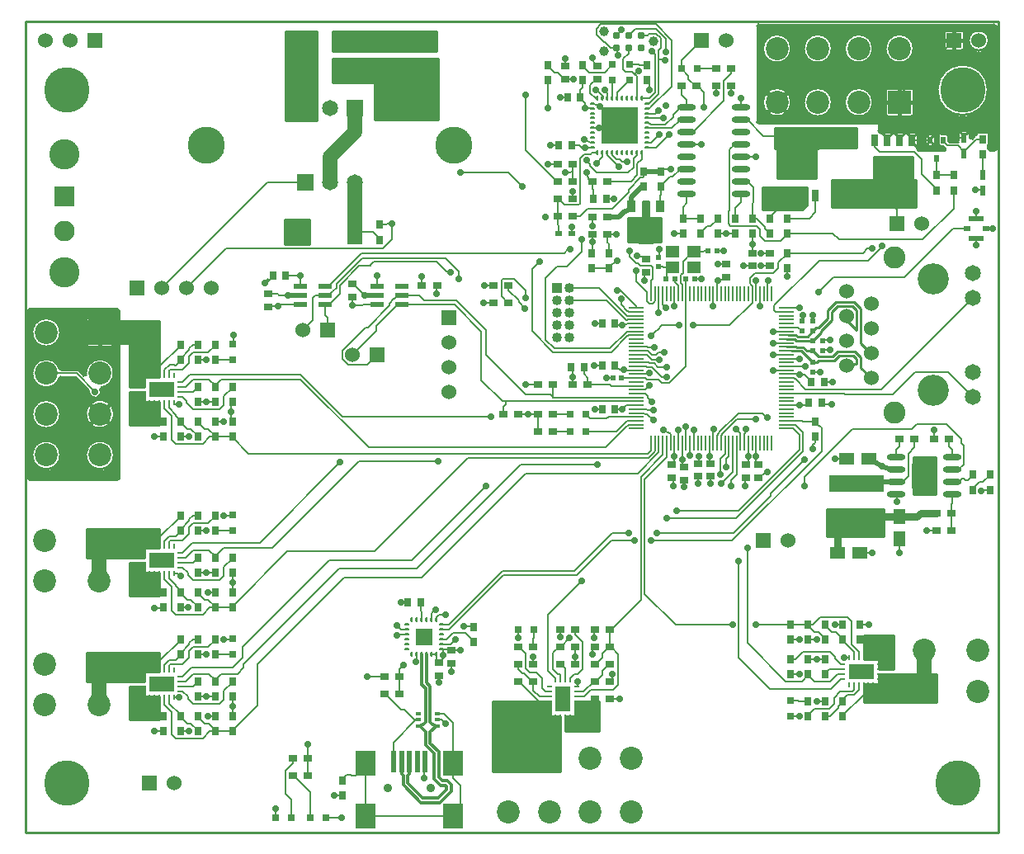
<source format=gtl>
*
*
G04 PADS9.1 Build Number: 384028 generated Gerber (RS-274-X) file*
G04 PC Version=2.1*
*
%IN "ASPS_DAQv5p2.pcb"*%
*
%MOIN*%
*
%FSLAX35Y35*%
*
*
*
*
G04 PC Standard Apertures*
*
*
G04 Thermal Relief Aperture macro.*
%AMTER*
1,1,$1,0,0*
1,0,$1-$2,0,0*
21,0,$3,$4,0,0,45*
21,0,$3,$4,0,0,135*
%
*
*
G04 Annular Aperture macro.*
%AMANN*
1,1,$1,0,0*
1,0,$2,0,0*
%
*
*
G04 Odd Aperture macro.*
%AMODD*
1,1,$1,0,0*
1,0,$1-0.005,0,0*
%
*
*
G04 PC Custom Aperture Macros*
*
*
*
*
*
*
G04 PC Aperture Table*
*
%ADD010C,0.001*%
%ADD011R,0.093X0.093*%
%ADD012C,0.093*%
%ADD018R,0.038X0.03*%
%ADD019R,0.03X0.038*%
%ADD020R,0.065X0.065*%
%ADD021C,0.065*%
%ADD022R,0.031X0.031*%
%ADD023C,0.15*%
%ADD033C,0.183*%
%ADD034R,0.02756X0.04528*%
%ADD035R,0.03937X0.03937*%
%ADD037C,0.015*%
%ADD038O,0.074X0.024*%
%ADD040R,0.1X0.06*%
%ADD042R,0.024X0.039*%
%ADD044R,0.083X0.083*%
%ADD045C,0.083*%
%ADD047R,0.1X0.1*%
%ADD048R,0.06X0.06*%
%ADD049C,0.06*%
%ADD052R,0.22441X0.06693*%
%ADD053C,0.01*%
%ADD054C,0.008*%
%ADD055C,0.03*%
%ADD056C,0.05*%
%ADD058C,0.028*%
%ADD060C,0.02*%
%ADD106R,0.05512X0.04724*%
%ADD107R,0.034X0.05*%
%ADD108R,0.02X0.028*%
%ADD109R,0.06X0.1*%
%ADD110C,0.08917*%
%ADD111C,0.12598*%
%ADD112C,0.06512*%
%ADD113O,0.01X0.024*%
%ADD114O,0.024X0.01*%
%ADD115R,0.146X0.146*%
%ADD116O,0.008X0.065*%
%ADD117O,0.065X0.008*%
%ADD118R,0.01969X0.01969*%
%ADD119R,0.02X0.024*%
%ADD120R,0.028X0.035*%
%ADD121R,0.035X0.028*%
%ADD122C,0.12205*%
%ADD123R,0.04X0.04*%
%ADD124C,0.04*%
%ADD125R,0.055X0.024*%
%ADD126R,0.067X0.067*%
%ADD127R,0.024X0.016*%
%ADD128R,0.01969X0.08858*%
%ADD129R,0.07874X0.09843*%
%ADD130C,0.03543*%
%ADD131R,0.024X0.02*%
%ADD132R,0.02559X0.01969*%
%ADD133R,0.05906X0.02362*%
%ADD134C,0.012*%
%ADD163R,0.031X0.02*%
%ADD164R,0.02362X0.00787*%
%ADD165R,0.00787X0.02362*%
%ADD166R,0.06299X0.10236*%
%ADD167R,0.10236X0.06299*%
%ADD168C,0.039*%
%ADD169C,0.031*%
%ADD170R,0.06X0.05*%
%ADD171R,0.05X0.06*%
%ADD172C,0.006*%
*
*
*
*
G04 PC Circuitry*
G04 Layer Name ASPS_DAQv5p2.pcb - circuitry*
%LPD*%
*
*
G04 PC Custom Flashes*
G04 Layer Name ASPS_DAQv5p2.pcb - flashes*
%LPD*%
*
*
G04 PC Circuitry*
G04 Layer Name ASPS_DAQv5p2.pcb - circuitry*
%LPD*%
*
G54D10*
G54D11*
G01X129500Y168000D03*
Y218000D03*
X463000Y157000D03*
X130000Y302000D03*
X453000Y395000D03*
X295000Y130000D03*
G54D12*
X129500Y151500D03*
X107800Y168000D03*
Y151500D03*
X129500Y201500D03*
X107800Y218000D03*
Y201500D03*
X463000Y173500D03*
X484700Y157000D03*
Y173500D03*
X130000Y285500D03*
Y269000D03*
Y252500D03*
X108300Y302000D03*
Y285500D03*
Y269000D03*
Y252500D03*
X436500Y395000D03*
X420000D03*
X403500D03*
X453000Y416700D03*
X436500D03*
X420000D03*
X403500D03*
X311500Y130000D03*
X328000D03*
X344500D03*
X295000Y108300D03*
X311500D03*
X328000D03*
X344500D03*
G54D18*
X298900Y175000D03*
X305100D03*
X314900Y349000D03*
X321100D03*
X328900Y341500D03*
X335100D03*
X328900Y348500D03*
X335100D03*
X452900Y259000D03*
X459100D03*
X474100Y229000D03*
X467900D03*
Y222000D03*
X474100D03*
X321100Y356000D03*
X314900D03*
X378900Y401500D03*
X385100D03*
X266200Y321000D03*
X260000D03*
X466900Y259000D03*
X473100D03*
X364900Y401500D03*
X371100D03*
X321100Y363000D03*
X314900D03*
X329900Y175000D03*
X336100D03*
X315900Y168000D03*
X322100D03*
X329900Y182000D03*
X336100D03*
Y154000D03*
X329900D03*
Y161000D03*
X336100D03*
X321100Y370000D03*
X314900D03*
X335100Y363000D03*
X328900D03*
X207900Y130000D03*
X214100D03*
X207900Y123000D03*
X214100D03*
X244900Y156000D03*
X251100D03*
Y163000D03*
X244900D03*
X299100Y269000D03*
X292900D03*
X306900Y281000D03*
X313100D03*
X327100D03*
X320900D03*
X306900Y269000D03*
X313100D03*
X306900Y262000D03*
X313100D03*
X288900Y321000D03*
X295100D03*
X288900Y314000D03*
X295100D03*
X329900Y168000D03*
X336100D03*
X322100Y182000D03*
X315900D03*
Y175000D03*
X322100D03*
X298900Y161000D03*
X305100D03*
X298900Y168000D03*
X305100D03*
X385100Y408500D03*
X378900D03*
G54D19*
X176500Y297100D03*
Y290900D03*
Y228100D03*
Y221900D03*
X416000Y146900D03*
Y153100D03*
X176500Y178100D03*
Y171900D03*
X328500Y334100D03*
Y327900D03*
X349500Y367100D03*
Y360900D03*
X356500Y367100D03*
Y360900D03*
X486500Y373900D03*
Y380100D03*
X475000Y365600D03*
Y359400D03*
X489500Y238400D03*
Y244600D03*
X482500D03*
Y238400D03*
X407500Y327900D03*
Y334100D03*
X468000Y365600D03*
Y359400D03*
X407500Y341900D03*
Y348100D03*
X386500D03*
Y341900D03*
X400500D03*
Y348100D03*
X365500Y341900D03*
Y348100D03*
X372500Y341900D03*
Y348100D03*
X176500Y161100D03*
Y154900D03*
X162500Y147100D03*
Y140900D03*
X176500Y147100D03*
Y140900D03*
X169500Y161100D03*
Y154900D03*
X325000Y403900D03*
Y410100D03*
X351000Y403900D03*
Y410100D03*
X335500Y327900D03*
Y334100D03*
X183500Y147100D03*
Y140900D03*
X155500D03*
Y147100D03*
X183500Y161100D03*
Y154900D03*
X155500Y190900D03*
Y197100D03*
Y259900D03*
Y266100D03*
X176500Y211100D03*
Y204900D03*
X162500Y197100D03*
Y190900D03*
X176500Y197100D03*
Y190900D03*
X183500Y197100D03*
Y190900D03*
X169500Y211100D03*
Y204900D03*
X176500Y280100D03*
Y273900D03*
X162500Y266100D03*
Y259900D03*
X176500Y266100D03*
Y259900D03*
X183500Y266100D03*
Y259900D03*
X169500Y280100D03*
Y273900D03*
X183500Y211100D03*
Y204900D03*
Y280100D03*
Y273900D03*
X393500Y341900D03*
Y348100D03*
X416000Y177900D03*
Y184100D03*
X430000Y177900D03*
Y184100D03*
X416000Y163900D03*
Y170100D03*
X423000Y163900D03*
Y170100D03*
X437000Y184100D03*
Y177900D03*
X409000D03*
Y184100D03*
Y170100D03*
Y163900D03*
X243000Y339400D03*
Y345600D03*
X281000Y183100D03*
Y176900D03*
X419000Y266100D03*
Y259900D03*
X228000Y114900D03*
Y121100D03*
X311000Y403900D03*
Y410100D03*
X169500Y266100D03*
Y259900D03*
X162500Y297100D03*
Y290900D03*
X169500Y297100D03*
Y290900D03*
Y147100D03*
Y140900D03*
X162500Y178100D03*
Y171900D03*
X169500Y178100D03*
Y171900D03*
Y197100D03*
Y190900D03*
X162500Y228100D03*
Y221900D03*
X169500Y228100D03*
Y221900D03*
X423000Y177900D03*
Y184100D03*
X430000Y146900D03*
Y153100D03*
X423000Y146900D03*
Y153100D03*
X379500Y341900D03*
Y348100D03*
G54D20*
X233000Y392500D03*
X213000Y362500D03*
G54D21*
X223000Y392500D03*
X213000D03*
X223000Y362500D03*
X233000D03*
G54D22*
X305150Y182000D03*
X298850D03*
X183500Y290850D03*
Y297150D03*
Y171850D03*
Y178150D03*
Y221850D03*
Y228150D03*
X409000Y153150D03*
Y146850D03*
X337000Y403850D03*
Y410150D03*
X344000Y403850D03*
Y410150D03*
X200850Y106000D03*
X207150D03*
X221150D03*
X214850D03*
X326150Y269000D03*
X319850D03*
X326150Y262000D03*
X319850D03*
X371150Y408500D03*
X364850D03*
G54D23*
X273000Y377500D03*
X173000D03*
G54D33*
X116500Y400000D03*
Y120000D03*
X476500D03*
X478500Y400000D03*
G54D34*
X404000Y357272D03*
X409000D03*
X414000D03*
X419000D03*
X458000Y379728D03*
X453000D03*
X448000D03*
X443000D03*
G54D35*
X411500Y368000D03*
X450500Y369000D03*
G54D37*
X350500Y341350D03*
X475000Y415900D02*
Y417000D01*
X479100Y420000D02*
X475000D01*
Y424100D02*
Y423000D01*
X470900Y420000D02*
X475000D01*
X407566Y399066D02*
X406788Y398288D01*
X399434Y399066D02*
X400212Y398288D01*
X399434Y390934D02*
X400212Y391712D01*
X407566Y390934D02*
X406788Y391712D01*
X453000Y389250D02*
Y390350D01*
X458750Y395000D02*
X453000D01*
Y400750D02*
Y399650D01*
X447250Y395000D02*
X453000D01*
X125934Y273066D02*
X126712Y272288D01*
X125934Y264934D02*
X126712Y265712D01*
X134066Y264934D02*
X133288Y265712D01*
X134066Y273066D02*
X133288Y272288D01*
X135750Y302000D02*
X134650D01*
X130000Y307750D02*
Y302000D01*
X124250D02*
X125350D01*
X130000Y296250D02*
Y302000D01*
G54D38*
X389000Y358000D03*
Y363000D03*
Y368000D03*
Y373000D03*
Y378000D03*
Y383000D03*
Y388000D03*
Y393000D03*
X367000D03*
Y388000D03*
Y383000D03*
Y378000D03*
Y373000D03*
Y368000D03*
Y363000D03*
Y358000D03*
X451700Y251500D03*
Y246500D03*
Y241500D03*
Y236500D03*
X474300D03*
Y241500D03*
Y246500D03*
Y251500D03*
G54D40*
X431000Y380500D03*
Y359500D03*
G54D42*
X479000Y374350D03*
Y380650D03*
X486500Y365650D03*
Y359350D03*
G54D44*
X115500Y356890D03*
G54D45*
Y343110D03*
G54D47*
X463000Y244000D03*
G54D48*
X242000Y293000D03*
X373000Y420000D03*
X475000D03*
X452000Y346000D03*
X150000Y120000D03*
X398000Y218000D03*
X271000Y308000D03*
X128000Y420000D03*
X145000Y320000D03*
X222000Y303000D03*
X213250Y409500D03*
X226750D03*
X213250Y419500D03*
X226750D03*
G54D49*
X441500Y283480D03*
X431500Y288480D03*
X441500Y293480D03*
X431500Y298480D03*
X441500Y303480D03*
X431500Y308480D03*
X441500Y313480D03*
X431500Y318480D03*
X232000Y293000D03*
X383000Y420000D03*
X485000D03*
X462000Y346000D03*
X160000Y120000D03*
X408000Y218000D03*
X271000Y298000D03*
Y288000D03*
Y278000D03*
X118000Y420000D03*
X108000D03*
X155000Y320000D03*
X165000D03*
X175000D03*
X212000Y303000D03*
X129500Y201500D02*
Y218000D01*
Y151500D02*
Y168000D01*
X463000Y157000D02*
Y173500D01*
X233000Y342500D02*
Y362500D01*
X223000D02*
Y373000D01*
X233000Y383000*
Y392500*
G54D52*
X435500Y240858D03*
Y223142D03*
G54D53*
X347650Y338200D02*
X353350D01*
Y347700*
X351993*
X351700Y347993*
Y355000*
X349300*
Y347993*
X349007Y347700*
X347650*
Y338200*
X348000D02*
Y347700D01*
X348500Y338200D02*
Y347700D01*
X349000Y338200D02*
Y347700D01*
X349500Y338200D02*
Y355000D01*
X350000Y338200D02*
Y355000D01*
X350500Y338200D02*
Y355000D01*
X351000Y338200D02*
Y355000D01*
X351500Y338200D02*
Y355000D01*
X352000Y338200D02*
Y347700D01*
X352500Y338200D02*
Y347700D01*
X353000Y338200D02*
Y347700D01*
X420252Y381280D02*
X402748D01*
Y376374*
X403439*
X403732Y376081*
Y364169*
X419268*
Y376081*
X419561Y376374*
X420252*
Y381280*
X403000Y376374D02*
Y381280D01*
X403500Y376313D02*
Y381280D01*
X404000Y364169D02*
Y381280D01*
X404500Y364169D02*
Y381280D01*
X405000Y364169D02*
Y381280D01*
X405500Y364169D02*
Y381280D01*
X406000Y364169D02*
Y381280D01*
X406500Y364169D02*
Y381280D01*
X407000Y364169D02*
Y381280D01*
X407500Y364169D02*
Y381280D01*
X408000Y364169D02*
Y381280D01*
X408500Y364169D02*
Y381280D01*
X409000Y364169D02*
Y381280D01*
X409500Y364169D02*
Y381280D01*
X410000Y364169D02*
Y381280D01*
X410500Y364169D02*
Y381280D01*
X411000Y364169D02*
Y381280D01*
X411500Y364169D02*
Y381280D01*
X412000Y364169D02*
Y381280D01*
X412500Y364169D02*
Y381280D01*
X413000Y364169D02*
Y381280D01*
X413500Y364169D02*
Y381280D01*
X414000Y364169D02*
Y381280D01*
X414500Y364169D02*
Y381280D01*
X415000Y364169D02*
Y381280D01*
X415500Y364169D02*
Y381280D01*
X416000Y364169D02*
Y381280D01*
X416500Y364169D02*
Y381280D01*
X417000Y364169D02*
Y381280D01*
X417500Y364169D02*
Y381280D01*
X418000Y364169D02*
Y381280D01*
X418500Y364169D02*
Y381280D01*
X419000Y364169D02*
Y381280D01*
X419500Y376313D02*
Y381280D01*
X420000Y376374D02*
Y381280D01*
X441748Y355720D02*
X459252D01*
Y360626*
X458561*
X458268Y360919*
Y372831*
X442732*
Y360919*
X442439Y360626*
X441748*
Y355720*
X442000D02*
Y360626D01*
X442500Y355720D02*
Y360687D01*
X443000Y355720D02*
Y372831D01*
X443500Y355720D02*
Y372831D01*
X444000Y355720D02*
Y372831D01*
X444500Y355720D02*
Y372831D01*
X445000Y355720D02*
Y372831D01*
X445500Y355720D02*
Y372831D01*
X446000Y355720D02*
Y372831D01*
X446500Y355720D02*
Y372831D01*
X447000Y355720D02*
Y372831D01*
X447500Y355720D02*
Y372831D01*
X448000Y355720D02*
Y372831D01*
X448500Y355720D02*
Y372831D01*
X449000Y355720D02*
Y372831D01*
X449500Y355720D02*
Y372831D01*
X450000Y355720D02*
Y372831D01*
X450500Y355720D02*
Y372831D01*
X451000Y355720D02*
Y372831D01*
X451500Y355720D02*
Y372831D01*
X452000Y355720D02*
Y372831D01*
X452500Y355720D02*
Y372831D01*
X453000Y355720D02*
Y372831D01*
X453500Y355720D02*
Y372831D01*
X454000Y355720D02*
Y372831D01*
X454500Y355720D02*
Y372831D01*
X455000Y355720D02*
Y372831D01*
X455500Y355720D02*
Y372831D01*
X456000Y355720D02*
Y372831D01*
X456500Y355720D02*
Y372831D01*
X457000Y355720D02*
Y372831D01*
X457500Y355720D02*
Y372831D01*
X458000Y355720D02*
Y372831D01*
X458500Y355720D02*
Y360687D01*
X459000Y355720D02*
Y360626D01*
X418000Y289969D02*
X419500D01*
X420232Y290700*
X426731*
X428631Y292600*
X434369*
X435800Y291169*
Y289300*
X431500Y288480*
X409300Y294500D02*
X413469D01*
X418000Y289969*
X407856Y300900D02*
X407856D01*
X411289*
X411789Y300400*
X415869*
X418000Y302531*
X419338Y303869*
X420238*
X424000Y307631*
Y310931*
X427269Y314200*
X434731*
X437322Y311609*
Y297478*
X438500Y296300*
X438680*
X441500Y293480*
X418031Y298500D02*
X421369Y301838D01*
Y302738*
X425600Y306969*
Y310269*
X427931Y312600*
X434069*
X435722Y310946*
Y302989*
X418031Y294500D02*
X420232Y292300D01*
X426069*
X427969Y294200*
X435031*
X437400Y291831*
Y287580*
X441500Y283480*
X407250Y299275D02*
X407275Y299300D01*
X410626*
X410626D02*
X411426Y298500D01*
X411426D02*
X418031D01*
X407250Y296135D02*
X408537D01*
X408607Y296205*
X409993*
X410063Y296135*
X411289*
X411324Y296100*
X414131*
X415731Y294500*
X418031*
X431500Y308480D02*
Y307100D01*
X431611*
X435722Y302989*
X425500Y363500D02*
X459500D01*
Y352500*
X425500*
Y363500*
X402500Y384500D02*
X435500D01*
Y376500*
X402500*
Y384500*
X397500Y360500D02*
X415500D01*
Y353207*
X413793Y351500*
X397500*
Y360500*
X212500Y317500D02*
X205500D01*
Y316500*
X212500*
Y317500*
X243500D02*
X236500D01*
Y316500*
X243500*
Y317500*
X343200Y348300D02*
X356500D01*
Y338500*
X343200*
Y348300*
X214500Y347500D02*
X204500D01*
Y337500*
X214500*
Y347500*
X423500Y230500D02*
X446500D01*
Y219500*
X423500*
Y230500*
X318000Y141000D02*
Y147000D01*
X322000*
Y153000*
X331500*
Y141000*
X318000*
X458500Y236500D02*
X467500D01*
Y251500*
X458500*
Y236500*
X224000Y412500D02*
Y403000D01*
X241000*
Y388000*
X266500*
Y412500*
X224000*
X205000Y423500D02*
X217500D01*
Y387500*
X205000*
Y423500*
X224000D02*
X266000D01*
Y415500*
X224000*
Y423500*
X316000Y124500D02*
Y147000D01*
X312000*
Y153000*
X288500*
Y124500*
X316000*
X142000Y278000D02*
X148000D01*
Y274000*
X154000*
Y264500*
X142000*
Y278000*
Y280000D02*
X148000D01*
Y284000*
X154000*
Y306500*
X124500*
Y297500*
X142000*
Y280000*
Y209000D02*
X148000D01*
Y205000*
X154000*
Y195500*
X142000*
Y209000*
Y159000D02*
X148000D01*
Y155000*
X154000*
Y145500*
X142000*
Y159000*
X450500Y166000D02*
X444500D01*
Y170000*
X438500*
Y179500*
X450500*
Y166000*
X124500Y211000D02*
X148000D01*
Y215000*
X154000*
Y222500*
X124500*
Y211000*
Y161000D02*
X148000D01*
Y165000*
X154000*
Y172500*
X124500*
Y161000*
X468000Y164000D02*
X444500D01*
Y160000*
X438500*
Y152500*
X468000*
Y164000*
X425500Y363299D02*
X459500D01*
X425500Y362399D02*
X459500D01*
X425500Y361499D02*
X459500D01*
X425500Y360599D02*
X459500D01*
X425500Y359699D02*
X459500D01*
X425500Y358799D02*
X459500D01*
X425500Y357899D02*
X459500D01*
X425500Y356999D02*
X459500D01*
X425500Y356099D02*
X459500D01*
X425500Y355199D02*
X459500D01*
X425500Y354299D02*
X459500D01*
X425500Y353399D02*
X459500D01*
X402500Y383699D02*
X435500D01*
X402500Y382799D02*
X435500D01*
X402500Y381899D02*
X435500D01*
X402500Y380999D02*
X435500D01*
X402500Y380099D02*
X435500D01*
X402500Y379199D02*
X435500D01*
X402500Y378299D02*
X435500D01*
X402500Y377399D02*
X435500D01*
X397500Y360499D02*
X415500D01*
X397500Y359599D02*
X415500D01*
X397500Y358699D02*
X415500D01*
X397500Y357799D02*
X415500D01*
X397500Y356899D02*
X415500D01*
X397500Y355999D02*
X415500D01*
X397500Y355099D02*
X415500D01*
X397500Y354199D02*
X415500D01*
X397500Y353299D02*
X415500D01*
X397500Y352399D02*
X414692D01*
X205500Y317399D02*
X212500D01*
X236500D02*
X243500D01*
X343200Y347499D02*
X356500D01*
X343200Y346599D02*
X356500D01*
X343200Y345699D02*
X356500D01*
X343200Y344799D02*
X356500D01*
X343200Y343899D02*
X356500D01*
X343200Y342999D02*
X356500D01*
X343200Y342099D02*
X356500D01*
X343200Y341199D02*
X356500D01*
X343200Y340299D02*
X356500D01*
X343200Y339399D02*
X356500D01*
X204500Y347399D02*
X214500D01*
X204500Y346499D02*
X214500D01*
X204500Y345599D02*
X214500D01*
X204500Y344699D02*
X214500D01*
X204500Y343799D02*
X214500D01*
X204500Y342899D02*
X214500D01*
X204500Y341999D02*
X214500D01*
X204500Y341099D02*
X214500D01*
X204500Y340199D02*
X214500D01*
X204500Y339299D02*
X214500D01*
X204500Y338399D02*
X214500D01*
X423500Y230299D02*
X446500D01*
X423500Y229399D02*
X446500D01*
X423500Y228499D02*
X446500D01*
X423500Y227599D02*
X446500D01*
X423500Y226699D02*
X446500D01*
X423500Y225799D02*
X446500D01*
X423500Y224899D02*
X446500D01*
X423500Y223999D02*
X446500D01*
X423500Y223099D02*
X446500D01*
X423500Y222199D02*
X446500D01*
X423500Y221299D02*
X446500D01*
X423500Y220399D02*
X446500D01*
X322000Y152699D02*
X331500D01*
X322000Y151799D02*
X331500D01*
X322000Y150899D02*
X331500D01*
X322000Y149999D02*
X331500D01*
X322000Y149099D02*
X331500D01*
X322000Y148199D02*
X331500D01*
X322000Y147299D02*
X331500D01*
X318000Y146399D02*
X331500D01*
X318000Y145499D02*
X331500D01*
X318000Y144599D02*
X331500D01*
X318000Y143699D02*
X331500D01*
X318000Y142799D02*
X331500D01*
X318000Y141899D02*
X331500D01*
X458500Y250899D02*
X467500D01*
X458500Y249999D02*
X467500D01*
X458500Y249099D02*
X467500D01*
X458500Y248199D02*
X467500D01*
X458500Y247299D02*
X467500D01*
X458500Y246399D02*
X467500D01*
X458500Y245499D02*
X467500D01*
X458500Y244599D02*
X467500D01*
X458500Y243699D02*
X467500D01*
X458500Y242799D02*
X467500D01*
X458500Y241899D02*
X467500D01*
X458500Y240999D02*
X467500D01*
X458500Y240099D02*
X467500D01*
X458500Y239199D02*
X467500D01*
X458500Y238299D02*
X467500D01*
X458500Y237399D02*
X467500D01*
X224000Y422699D02*
X266000D01*
X224000Y421799D02*
X266000D01*
X224000Y420899D02*
X266000D01*
X224000Y419999D02*
X266000D01*
X224000Y419099D02*
X266000D01*
X224000Y418199D02*
X266000D01*
X224000Y417299D02*
X266000D01*
X224000Y416399D02*
X266000D01*
X288500Y146999D02*
X316000D01*
X288500Y146099D02*
X316000D01*
X288500Y145199D02*
X316000D01*
X288500Y144299D02*
X316000D01*
X288500Y143399D02*
X316000D01*
X288500Y142499D02*
X316000D01*
X288500Y141599D02*
X316000D01*
X288500Y140699D02*
X316000D01*
X288500Y139799D02*
X316000D01*
X288500Y138899D02*
X316000D01*
X288500Y137999D02*
X316000D01*
X288500Y137099D02*
X316000D01*
X288500Y136199D02*
X316000D01*
X288500Y135299D02*
X316000D01*
X288500Y134399D02*
X316000D01*
X288500Y133499D02*
X316000D01*
X288500Y132599D02*
X316000D01*
X288500Y131699D02*
X316000D01*
X288500Y130799D02*
X316000D01*
X288500Y129899D02*
X316000D01*
X288500Y128999D02*
X316000D01*
X288500Y128099D02*
X316000D01*
X288500Y127199D02*
X316000D01*
X288500Y126299D02*
X316000D01*
X288500Y125399D02*
X316000D01*
X288500Y152399D02*
X312000D01*
X288500Y151499D02*
X312000D01*
X288500Y150599D02*
X312000D01*
X288500Y149699D02*
X312000D01*
X288500Y148799D02*
X312000D01*
X288500Y147899D02*
X312000D01*
X142000Y273499D02*
X154000D01*
X142000Y272599D02*
X154000D01*
X142000Y271699D02*
X154000D01*
X142000Y270799D02*
X154000D01*
X142000Y269899D02*
X154000D01*
X142000Y268999D02*
X154000D01*
X142000Y268099D02*
X154000D01*
X142000Y267199D02*
X154000D01*
X142000Y266299D02*
X154000D01*
X142000Y265399D02*
X154000D01*
X142000Y277999D02*
X148000D01*
X142000Y277099D02*
X148000D01*
X142000Y276199D02*
X148000D01*
X142000Y275299D02*
X148000D01*
X142000Y274399D02*
X148000D01*
X124500Y306099D02*
X154000D01*
X124500Y305199D02*
X154000D01*
X124500Y304299D02*
X154000D01*
X124500Y303399D02*
X154000D01*
X124500Y302499D02*
X154000D01*
X124500Y301599D02*
X154000D01*
X124500Y300699D02*
X154000D01*
X124500Y299799D02*
X154000D01*
X124500Y298899D02*
X154000D01*
X124500Y297999D02*
X154000D01*
X142000Y297099D02*
X154000D01*
X142000Y296199D02*
X154000D01*
X142000Y295299D02*
X154000D01*
X142000Y294399D02*
X154000D01*
X142000Y293499D02*
X154000D01*
X142000Y292599D02*
X154000D01*
X142000Y291699D02*
X154000D01*
X142000Y290799D02*
X154000D01*
X142000Y289899D02*
X154000D01*
X142000Y288999D02*
X154000D01*
X142000Y288099D02*
X154000D01*
X142000Y287199D02*
X154000D01*
X142000Y286299D02*
X154000D01*
X142000Y285399D02*
X154000D01*
X142000Y284499D02*
X154000D01*
X142000Y283599D02*
X148000D01*
X142000Y282699D02*
X148000D01*
X142000Y281799D02*
X148000D01*
X142000Y280899D02*
X148000D01*
X142000Y204499D02*
X154000D01*
X142000Y203599D02*
X154000D01*
X142000Y202699D02*
X154000D01*
X142000Y201799D02*
X154000D01*
X142000Y200899D02*
X154000D01*
X142000Y199999D02*
X154000D01*
X142000Y199099D02*
X154000D01*
X142000Y198199D02*
X154000D01*
X142000Y197299D02*
X154000D01*
X142000Y196399D02*
X154000D01*
X142000Y208999D02*
X148000D01*
X142000Y208099D02*
X148000D01*
X142000Y207199D02*
X148000D01*
X142000Y206299D02*
X148000D01*
X142000Y205399D02*
X148000D01*
X142000Y154499D02*
X154000D01*
X142000Y153599D02*
X154000D01*
X142000Y152699D02*
X154000D01*
X142000Y151799D02*
X154000D01*
X142000Y150899D02*
X154000D01*
X142000Y149999D02*
X154000D01*
X142000Y149099D02*
X154000D01*
X142000Y148199D02*
X154000D01*
X142000Y147299D02*
X154000D01*
X142000Y146399D02*
X154000D01*
X142000Y158999D02*
X148000D01*
X142000Y158099D02*
X148000D01*
X142000Y157199D02*
X148000D01*
X142000Y156299D02*
X148000D01*
X142000Y155399D02*
X148000D01*
X438500Y179499D02*
X450500D01*
X438500Y178599D02*
X450500D01*
X438500Y177699D02*
X450500D01*
X438500Y176799D02*
X450500D01*
X438500Y175899D02*
X450500D01*
X438500Y174999D02*
X450500D01*
X438500Y174099D02*
X450500D01*
X438500Y173199D02*
X450500D01*
X438500Y172299D02*
X450500D01*
X438500Y171399D02*
X450500D01*
X438500Y170499D02*
X450500D01*
X444500Y169599D02*
X450500D01*
X444500Y168699D02*
X450500D01*
X444500Y167799D02*
X450500D01*
X444500Y166899D02*
X450500D01*
X124500Y221799D02*
X154000D01*
X124500Y220899D02*
X154000D01*
X124500Y219999D02*
X154000D01*
X124500Y219099D02*
X154000D01*
X124500Y218199D02*
X154000D01*
X124500Y217299D02*
X154000D01*
X124500Y216399D02*
X154000D01*
X124500Y215499D02*
X154000D01*
X124500Y214599D02*
X148000D01*
X124500Y213699D02*
X148000D01*
X124500Y212799D02*
X148000D01*
X124500Y211899D02*
X148000D01*
X124500Y171799D02*
X154000D01*
X124500Y170899D02*
X154000D01*
X124500Y169999D02*
X154000D01*
X124500Y169099D02*
X154000D01*
X124500Y168199D02*
X154000D01*
X124500Y167299D02*
X154000D01*
X124500Y166399D02*
X154000D01*
X124500Y165499D02*
X154000D01*
X124500Y164599D02*
X148000D01*
X124500Y163699D02*
X148000D01*
X124500Y162799D02*
X148000D01*
X124500Y161899D02*
X148000D01*
X444500Y163299D02*
X468000D01*
X444500Y162399D02*
X468000D01*
X444500Y161499D02*
X468000D01*
X444500Y160599D02*
X468000D01*
X438500Y159699D02*
X468000D01*
X438500Y158799D02*
X468000D01*
X438500Y157899D02*
X468000D01*
X438500Y156999D02*
X468000D01*
X438500Y156099D02*
X468000D01*
X438500Y155199D02*
X468000D01*
X438500Y154299D02*
X468000D01*
X438500Y153399D02*
X468000D01*
X135750Y252500D02*
G75*
G03X135750I-5750J0D01*
G01X114050Y302000D02*
G03X114050I-5750J0D01*
G01Y252500D02*
G03X114050I-5750J0D01*
G01Y269000D02*
G03X114050I-5750J0D01*
G01X488750Y400000D02*
G03X488750I-10250J0D01*
G01X489100Y420000D02*
G03X489100I-4100J0D01*
G01X458750Y416700D02*
G03X458750I-5750J0D01*
G01X442250Y395000D02*
G03X442250I-5750J0D01*
G01Y416700D02*
G03X442250I-5750J0D01*
G01X425750Y395000D02*
G03X425750I-5750J0D01*
G01Y416700D02*
G03X425750I-5750J0D01*
G01X409250Y395000D02*
G03X409250I-5750J0D01*
G01Y416700D02*
G03X409250I-5750J0D01*
G01X137500Y243000D02*
Y311000D01*
G03X137000Y311500I-500J0*
G01X101600*
G03X101100Y311000I0J-500*
G01Y243000*
G03X101600Y242500I500J0*
G01X137000*
G03X137500Y243000I0J500*
G01X491900Y376000D02*
Y425900D01*
G03X491400Y426400I-500J-0*
G01X396000*
G03X395500Y425900I0J-500*
G01Y387000*
G03X396000Y386500I500J0*
G01X444500*
Y383466*
G03X444806Y383006I500J0*
G01X445149Y382776D02*
G03X444806Y383006I-771J-784D01*
G01X445149Y382776D02*
G03X445851I351J357D01*
G01X446622Y383092D02*
G03X445851Y382776I0J-1100D01*
G01X446622Y383092D02*
X449378D01*
X450149Y382776D02*
G03X449378Y383092I-771J-784D01*
G01X450149Y382776D02*
G03X450851I351J357D01*
G01X451622Y383092D02*
G03X450851Y382776I0J-1100D01*
G01X451622Y383092D02*
X454378D01*
X455149Y382776D02*
G03X454378Y383092I-771J-784D01*
G01X455149Y382776D02*
G03X455851I351J357D01*
G01X456622Y383092D02*
G03X455851Y382776I0J-1100D01*
G01X456622Y383092D02*
X459378D01*
X460478Y381992D02*
G03X459378Y383092I-1100J0D01*
G01X460478Y381992D02*
Y377465D01*
X460151Y376682D02*
G03X460478Y377465I-773J783D01*
G01X460151Y376682D02*
G03X460149Y375973I351J-356D01*
G01X460475Y375646*
G03X460828Y375500I353J354*
G01X471155*
G03X471486Y376375I0J500*
G01X471417Y376439D02*
G03X471486Y376375I1061J1061D01*
G01X471417Y376439D02*
X470763Y377094D01*
G03X470409Y377240I-354J-354*
G01X469638*
X468538Y378340D02*
G03X469638Y377240I1100J0D01*
G01X468538Y378340D02*
Y381140D01*
X469638Y382240D02*
G03X468538Y381140I-0J-1100D01*
G01X469638Y382240D02*
X471638D01*
X472738Y381140D02*
G03X471638Y382240I-1100J0D01*
G01X472738Y381140D02*
Y379569D01*
G03X472884Y379215I500J-0*
G01X472953Y379146*
G03X473306Y379000I353J354*
G01X476200*
G03X476700Y379500I-0J500*
G01Y382600*
X477800Y383700D02*
G03X476700Y382600I0J-1100D01*
G01X477800Y383700D02*
X480200D01*
X481300Y382600D02*
G03X480200Y383700I-1100J-0D01*
G01X481300Y382600D02*
Y380729D01*
G03X482154Y380375I500J-0*
G01X482939Y381161*
X483550Y381531D02*
G03X482939Y381161I450J-1431D01*
G01X483550Y381531D02*
G03X483900Y382006I-150J477D01*
G01X485000Y383100D02*
G03X483900Y382006I0J-1100D01*
G01X485000Y383100D02*
X488000D01*
X489100Y382000D02*
G03X488000Y383100I-1100J0D01*
G01X489100Y382000D02*
Y378200D01*
X488728Y377375D02*
G03X489100Y378200I-728J825D01*
G01X488728Y377375D02*
G03Y376625I330J-375D01*
G01X489091Y375937D02*
G03X488728Y376625I-1091J-137D01*
G01X489091Y375938D02*
G03X489587Y375500I496J62D01*
G01X491400*
G03X491900Y376000I-0J500*
G01X135750Y252500D02*
G03X135750I-5750J0D01*
G01X128439Y274534D02*
G03X129070Y274674I1561J-5534D01*
G01X128439Y274534D02*
G03X128724Y274744I-135J481D01*
X129070Y274674I265J424*
G01X130652Y279787D02*
G03X124264Y285098I-652J5713D01*
G01X130652Y279787D02*
G03X130257Y279075I56J-497D01*
G01X128824Y275640D02*
G03X130257Y279075I-824J2360D01*
G01X128824Y275640D02*
G03X128569Y275439I165J-472D01*
X128253Y275513I-265J-424*
G01X125504Y278139D02*
G03X128253Y275513I2496J-139D01*
G01X125504Y278139D02*
G03X125358Y278520I-499J28D01*
G01X120025Y283854*
G03X119672Y284000I-353J-354*
G01X114221*
G03X113748Y283660I0J-500*
G01Y287340D02*
G03Y283660I-5448J-1840D01*
G01Y287340D02*
G03X114221Y287000I473J160D01*
G01X120500*
X121561Y286561D02*
G03X120500Y287000I-1061J-1061D01*
G01X121561Y286561D02*
X123412Y284710D01*
G03X124264Y285098I353J353*
G01X135750Y306650D02*
Y297350D01*
X134650Y296250D02*
G03X135750Y297350I0J1100D01*
G01X134650Y296250D02*
X125350D01*
X124250Y297350D02*
G03X125350Y296250I1100J0D01*
G01X124250Y297350D02*
Y306650D01*
X125350Y307750D02*
G03X124250Y306650I0J-1100D01*
G01X125350Y307750D02*
X134650D01*
X135750Y306650D02*
G03X134650Y307750I-1100J0D01*
G01X114050Y302000D02*
G03X114050I-5750J0D01*
G01Y252500D02*
G03X114050I-5750J0D01*
G01Y269000D02*
G03X114050I-5750J0D01*
G01X488750Y400000D02*
G03X488750I-10250J0D01*
G01X489100Y420000D02*
G03X489100I-4100J0D01*
G01X479100Y423000D02*
Y417000D01*
X478000Y415900D02*
G03X479100Y417000I0J1100D01*
G01X478000Y415900D02*
X472000D01*
X470900Y417000D02*
G03X472000Y415900I1100J0D01*
G01X470900Y417000D02*
Y423000D01*
X472000Y424100D02*
G03X470900Y423000I0J-1100D01*
G01X472000Y424100D02*
X478000D01*
X479100Y423000D02*
G03X478000Y424100I-1100J0D01*
G01X467462Y381140D02*
Y378340D01*
X466362Y377240D02*
G03X467462Y378340I0J1100D01*
G01X466362Y377240D02*
X464362D01*
X463262Y378340D02*
G03X464362Y377240I1100J0D01*
G01X463262Y378340D02*
Y381140D01*
X464362Y382240D02*
G03X463262Y381140I0J-1100D01*
G01X464362Y382240D02*
X466362D01*
X467462Y381140D02*
G03X466362Y382240I-1100J0D01*
G01X458750Y399650D02*
Y390350D01*
X457650Y389250D02*
G03X458750Y390350I0J1100D01*
G01X457650Y389250D02*
X448350D01*
X447250Y390350D02*
G03X448350Y389250I1100J0D01*
G01X447250Y390350D02*
Y399650D01*
X448350Y400750D02*
G03X447250Y399650I0J-1100D01*
G01X448350Y400750D02*
X457650D01*
X458750Y399650D02*
G03X457650Y400750I-1100J0D01*
G01X458750Y416700D02*
G03X458750I-5750J0D01*
G01X442250Y395000D02*
G03X442250I-5750J0D01*
G01Y416700D02*
G03X442250I-5750J0D01*
G01X425750Y395000D02*
G03X425750I-5750J0D01*
G01Y416700D02*
G03X425750I-5750J0D01*
G01X409250Y395000D02*
G03X409250I-5750J0D01*
G01Y416700D02*
G03X409250I-5750J0D01*
G01X101100Y310899D02*
X137500D01*
X101100Y309999D02*
X137500D01*
X101100Y309099D02*
X137500D01*
X101100Y308199D02*
X137500D01*
X135538Y307299D02*
X137500D01*
X135750Y306399D02*
X137500D01*
X135750Y305499D02*
X137500D01*
X135750Y304599D02*
X137500D01*
X135750Y303699D02*
X137500D01*
X135750Y302799D02*
X137500D01*
X135750Y301899D02*
X137500D01*
X135750Y300999D02*
X137500D01*
X135750Y300099D02*
X137500D01*
X135750Y299199D02*
X137500D01*
X135750Y298299D02*
X137500D01*
X135750Y297399D02*
X137500D01*
X135347Y296499D02*
X137500D01*
X101100Y295599D02*
X137500D01*
X101100Y294699D02*
X137500D01*
X101100Y293799D02*
X137500D01*
X101100Y292899D02*
X137500D01*
X101100Y291999D02*
X137500D01*
X131311Y291099D02*
X137500D01*
X133314Y290199D02*
X137500D01*
X134317Y289299D02*
X137500D01*
X134966Y288399D02*
X137500D01*
X135391Y287499D02*
X137500D01*
X135644Y286599D02*
X137500D01*
X135747Y285699D02*
X137500D01*
X135707Y284799D02*
X137500D01*
X135523Y283899D02*
X137500D01*
X135177Y282999D02*
X137500D01*
X134636Y282099D02*
X137500D01*
X133816Y281199D02*
X137500D01*
X132451Y280299D02*
X137500D01*
X130220Y279399D02*
X137500D01*
X130450Y278499D02*
X137500D01*
X130468Y277599D02*
X137500D01*
X130135Y276699D02*
X137500D01*
X129185Y275799D02*
X137500D01*
X101100Y274899D02*
X137500D01*
X132842Y273999D02*
X137500D01*
X134033Y273099D02*
X137500D01*
X134778Y272199D02*
X137500D01*
X135271Y271299D02*
X137500D01*
X135577Y270399D02*
X137500D01*
X135728Y269499D02*
X137500D01*
X135736Y268599D02*
X137500D01*
X135601Y267699D02*
X137500D01*
X135312Y266799D02*
X137500D01*
X134842Y265899D02*
X137500D01*
X134129Y264999D02*
X137500D01*
X133007Y264099D02*
X137500D01*
X101100Y263199D02*
X137500D01*
X101100Y262299D02*
X137500D01*
X101100Y261399D02*
X137500D01*
X101100Y260499D02*
X137500D01*
X101100Y259599D02*
X137500D01*
X101100Y258699D02*
X137500D01*
X132233Y257799D02*
X137500D01*
X133703Y256899D02*
X137500D01*
X134563Y255999D02*
X137500D01*
X135129Y255099D02*
X137500D01*
X135493Y254199D02*
X137500D01*
X135694Y253299D02*
X137500D01*
X135749Y252399D02*
X137500D01*
X135662Y251499D02*
X137500D01*
X135427Y250599D02*
X137500D01*
X135021Y249699D02*
X137500D01*
X134400Y248799D02*
X137500D01*
X133448Y247899D02*
X137500D01*
X131673Y246999D02*
X137500D01*
X101100Y246099D02*
X137500D01*
X101100Y245199D02*
X137500D01*
X101100Y244299D02*
X137500D01*
X101100Y243399D02*
X137500D01*
X109611Y291099D02*
X128689D01*
X109973Y246999D02*
X128327D01*
X110533Y257799D02*
X127767D01*
X111142Y273999D02*
X127158D01*
X111307Y264099D02*
X126993D01*
X101100Y275799D02*
X126815D01*
X111614Y290199D02*
X126686D01*
X111748Y247899D02*
X126552D01*
X112003Y256899D02*
X126297D01*
X112333Y273099D02*
X125967D01*
X112429Y264999D02*
X125871D01*
X101100Y276699D02*
X125865D01*
X112617Y289299D02*
X125683D01*
X112700Y248799D02*
X125600D01*
X101100Y277599D02*
X125532D01*
X112863Y255999D02*
X125437D01*
X101100Y278499D02*
X125379D01*
X113078Y272199D02*
X125222D01*
X113142Y265899D02*
X125158D01*
X113266Y288399D02*
X125034D01*
X113321Y249699D02*
X124979D01*
X113429Y255099D02*
X124871D01*
X113571Y271299D02*
X124729D01*
X113612Y266799D02*
X124688D01*
X109973Y296499D02*
X124653D01*
X113691Y287499D02*
X124609D01*
X113727Y250599D02*
X124573D01*
X113793Y254199D02*
X124507D01*
X101100Y279399D02*
X124480D01*
X110533Y307299D02*
X124462D01*
X113877Y270399D02*
X124423D01*
X113901Y267699D02*
X124399D01*
X121521Y286599D02*
X124356D01*
X113962Y251499D02*
X124338D01*
X113994Y253299D02*
X124306D01*
X114028Y269499D02*
X124272D01*
X114036Y268599D02*
X124264D01*
X122423Y285699D02*
X124253D01*
X114049Y252399D02*
X124251D01*
X112003Y306399D02*
X124250D01*
X112863Y305499D02*
X124250D01*
X113429Y304599D02*
X124250D01*
X113793Y303699D02*
X124250D01*
X113994Y302799D02*
X124250D01*
X114049Y301899D02*
X124250D01*
X113962Y300999D02*
X124250D01*
X113727Y300099D02*
X124250D01*
X113321Y299199D02*
X124250D01*
X112700Y298299D02*
X124250D01*
X111748Y297399D02*
X124250D01*
X123323Y284799D02*
X124190D01*
X110751Y280299D02*
X123580D01*
X112116Y281199D02*
X122680D01*
X112936Y282099D02*
X121780D01*
X113477Y282999D02*
X120880D01*
X113920Y283899D02*
X119973D01*
X101100Y291099D02*
X106989D01*
X101100Y296499D02*
X106627D01*
X101100Y246999D02*
X106627D01*
X101100Y307299D02*
X106067D01*
X101100Y257799D02*
X106067D01*
X101100Y280299D02*
X105849D01*
X101100Y273999D02*
X105458D01*
X101100Y264099D02*
X105293D01*
X101100Y290199D02*
X104986D01*
X101100Y297399D02*
X104852D01*
X101100Y247899D02*
X104852D01*
X101100Y306399D02*
X104597D01*
X101100Y256899D02*
X104597D01*
X101100Y281199D02*
X104484D01*
X101100Y273099D02*
X104267D01*
X101100Y264999D02*
X104171D01*
X101100Y289299D02*
X103983D01*
X101100Y298299D02*
X103900D01*
X101100Y248799D02*
X103900D01*
X101100Y305499D02*
X103737D01*
X101100Y255999D02*
X103737D01*
X101100Y282099D02*
X103664D01*
X101100Y272199D02*
X103522D01*
X101100Y265899D02*
X103458D01*
X101100Y288399D02*
X103334D01*
X101100Y299199D02*
X103279D01*
X101100Y249699D02*
X103279D01*
X101100Y304599D02*
X103171D01*
X101100Y255099D02*
X103171D01*
X101100Y282999D02*
X103123D01*
X101100Y271299D02*
X103029D01*
X101100Y266799D02*
X102988D01*
X101100Y287499D02*
X102909D01*
X101100Y300099D02*
X102873D01*
X101100Y250599D02*
X102873D01*
X101100Y303699D02*
X102807D01*
X101100Y254199D02*
X102807D01*
X101100Y283899D02*
X102777D01*
X101100Y270399D02*
X102723D01*
X101100Y267699D02*
X102699D01*
X101100Y286599D02*
X102656D01*
X101100Y300999D02*
X102638D01*
X101100Y251499D02*
X102638D01*
X101100Y302799D02*
X102606D01*
X101100Y253299D02*
X102606D01*
X101100Y284799D02*
X102593D01*
X101100Y269499D02*
X102572D01*
X101100Y268599D02*
X102564D01*
X101100Y285699D02*
X102553D01*
X101100Y301899D02*
X102551D01*
X101100Y252399D02*
X102551D01*
X395500Y425899D02*
X491900D01*
X395500Y424999D02*
X491900D01*
X485105Y424099D02*
X491900D01*
X487565Y423199D02*
X491900D01*
X488395Y422299D02*
X491900D01*
X488854Y421399D02*
X491900D01*
X489070Y420499D02*
X491900D01*
X489080Y419599D02*
X491900D01*
X488888Y418699D02*
X491900D01*
X488459Y417799D02*
X491900D01*
X487682Y416899D02*
X491900D01*
X485894Y415999D02*
X491900D01*
X458523Y415099D02*
X491900D01*
X458177Y414199D02*
X491900D01*
X457636Y413299D02*
X491900D01*
X456816Y412399D02*
X491900D01*
X455451Y411499D02*
X491900D01*
X395500Y410599D02*
X491900D01*
X481816Y409699D02*
X491900D01*
X483758Y408799D02*
X491900D01*
X485033Y407899D02*
X491900D01*
X485989Y406999D02*
X491900D01*
X486738Y406099D02*
X491900D01*
X487334Y405199D02*
X491900D01*
X487805Y404299D02*
X491900D01*
X488170Y403399D02*
X491900D01*
X488441Y402499D02*
X491900D01*
X488625Y401599D02*
X491900D01*
X488726Y400699D02*
X491900D01*
X488748Y399799D02*
X491900D01*
X488691Y398899D02*
X491900D01*
X488553Y397999D02*
X491900D01*
X488331Y397099D02*
X491900D01*
X488019Y396199D02*
X491900D01*
X487608Y395299D02*
X491900D01*
X487084Y394399D02*
X491900D01*
X486424Y393499D02*
X491900D01*
X485591Y392599D02*
X491900D01*
X484513Y391699D02*
X491900D01*
X483017Y390799D02*
X491900D01*
X480240Y389899D02*
X491900D01*
X395500Y388999D02*
X491900D01*
X395500Y388099D02*
X491900D01*
X395500Y387199D02*
X491900D01*
X444500Y386299D02*
X491900D01*
X444500Y385399D02*
X491900D01*
X444500Y384499D02*
X491900D01*
X480660Y383599D02*
X491900D01*
X488850Y382699D02*
X491900D01*
X489100Y381799D02*
X491900D01*
X489100Y380899D02*
X491900D01*
X489100Y379999D02*
X491900D01*
X489100Y379099D02*
X491900D01*
X489100Y378199D02*
X491900D01*
X488657Y377299D02*
X491900D01*
X488923Y376399D02*
X491900D01*
X478054Y424099D02*
X484895D01*
X481296Y382699D02*
X484150D01*
X478455Y415999D02*
X484106D01*
X481300Y381799D02*
X483854D01*
X481300Y380899D02*
X482677D01*
X479082Y423199D02*
X482435D01*
X479095Y416899D02*
X482318D01*
X479100Y422299D02*
X481605D01*
X479100Y417799D02*
X481541D01*
X479100Y421399D02*
X481146D01*
X479100Y418699D02*
X481112D01*
X479100Y420499D02*
X480930D01*
X479100Y419599D02*
X480920D01*
X444500Y383599D02*
X477340D01*
X458653Y389899D02*
X476760D01*
X460221Y382699D02*
X476704D01*
X472519Y381799D02*
X476700D01*
X472738Y380899D02*
X476700D01*
X472738Y379999D02*
X476700D01*
X473008Y379099D02*
X476498D01*
X395500Y409699D02*
X475184D01*
X458750Y390799D02*
X473983D01*
X395500Y408799D02*
X473242D01*
X458750Y391699D02*
X472487D01*
X395500Y407899D02*
X471967D01*
X395500Y424099D02*
X471946D01*
X458707Y415999D02*
X471545D01*
X460008Y376399D02*
X471460D01*
X458750Y392599D02*
X471409D01*
X395500Y406999D02*
X471011D01*
X395500Y423199D02*
X470918D01*
X458747Y416899D02*
X470905D01*
X454311Y422299D02*
X470900D01*
X456314Y421399D02*
X470900D01*
X457317Y420499D02*
X470900D01*
X457966Y419599D02*
X470900D01*
X458391Y418699D02*
X470900D01*
X458644Y417799D02*
X470900D01*
X458750Y393499D02*
X470576D01*
X395500Y406099D02*
X470262D01*
X458750Y394399D02*
X469916D01*
X395500Y405199D02*
X469666D01*
X458750Y395299D02*
X469392D01*
X466716Y377299D02*
X469284D01*
X395500Y404299D02*
X469195D01*
X458750Y396199D02*
X468981D01*
X395500Y403399D02*
X468830D01*
X467243Y381799D02*
X468757D01*
X458750Y397099D02*
X468669D01*
X395500Y402499D02*
X468559D01*
X467453Y378199D02*
X468547D01*
X467462Y380899D02*
X468538D01*
X467462Y379999D02*
X468538D01*
X467462Y379099D02*
X468538D01*
X458750Y397999D02*
X468447D01*
X395500Y401599D02*
X468375D01*
X458750Y398899D02*
X468309D01*
X457982Y400699D02*
X468274D01*
X458740Y399799D02*
X468252D01*
X460465Y377299D02*
X464008D01*
X460478Y381799D02*
X463481D01*
X460478Y378199D02*
X463271D01*
X460478Y380899D02*
X463262D01*
X460478Y379999D02*
X463262D01*
X460478Y379099D02*
X463262D01*
X455252Y382699D02*
X455748D01*
X437811Y422299D02*
X451689D01*
X450252Y382699D02*
X450748D01*
X438951Y411499D02*
X450549D01*
X439814Y421399D02*
X449686D01*
X440316Y412399D02*
X449184D01*
X440817Y420499D02*
X448683D01*
X441136Y413299D02*
X448364D01*
X441466Y419599D02*
X448034D01*
X437267Y400699D02*
X448018D01*
X441677Y414199D02*
X447823D01*
X441891Y418699D02*
X447609D01*
X442023Y415099D02*
X447477D01*
X442144Y417799D02*
X447356D01*
X439153Y389899D02*
X447347D01*
X442207Y415999D02*
X447293D01*
X439668Y399799D02*
X447260D01*
X442247Y416899D02*
X447253D01*
X440726Y398899D02*
X447250D01*
X441406Y397999D02*
X447250D01*
X441853Y397099D02*
X447250D01*
X442124Y396199D02*
X447250D01*
X442242Y395299D02*
X447250D01*
X442218Y394399D02*
X447250D01*
X442051Y393499D02*
X447250D01*
X441725Y392599D02*
X447250D01*
X441208Y391699D02*
X447250D01*
X440426Y390799D02*
X447250D01*
X445252Y382699D02*
X445748D01*
X420767Y400699D02*
X435733D01*
X421311Y422299D02*
X435189D01*
X422451Y411499D02*
X434049D01*
X422653Y389899D02*
X433847D01*
X423168Y399799D02*
X433332D01*
X423314Y421399D02*
X433186D01*
X423816Y412399D02*
X432684D01*
X423926Y390799D02*
X432574D01*
X424226Y398899D02*
X432274D01*
X424317Y420499D02*
X432183D01*
X424636Y413299D02*
X431864D01*
X424708Y391699D02*
X431792D01*
X424906Y397999D02*
X431594D01*
X424966Y419599D02*
X431534D01*
X425177Y414199D02*
X431323D01*
X425225Y392599D02*
X431275D01*
X425353Y397099D02*
X431147D01*
X425391Y418699D02*
X431109D01*
X425523Y415099D02*
X430977D01*
X425551Y393499D02*
X430949D01*
X425624Y396199D02*
X430876D01*
X425644Y417799D02*
X430856D01*
X425707Y415999D02*
X430793D01*
X425718Y394399D02*
X430782D01*
X425742Y395299D02*
X430758D01*
X425747Y416899D02*
X430753D01*
X404267Y400699D02*
X419233D01*
X404811Y422299D02*
X418689D01*
X405951Y411499D02*
X417549D01*
X406153Y389899D02*
X417347D01*
X406668Y399799D02*
X416832D01*
X406814Y421399D02*
X416686D01*
X407316Y412399D02*
X416184D01*
X407426Y390799D02*
X416074D01*
X407726Y398899D02*
X415774D01*
X407817Y420499D02*
X415683D01*
X408136Y413299D02*
X415364D01*
X408208Y391699D02*
X415292D01*
X408406Y397999D02*
X415094D01*
X408466Y419599D02*
X415034D01*
X408677Y414199D02*
X414823D01*
X408725Y392599D02*
X414775D01*
X408853Y397099D02*
X414647D01*
X408891Y418699D02*
X414609D01*
X409023Y415099D02*
X414477D01*
X409051Y393499D02*
X414449D01*
X409124Y396199D02*
X414376D01*
X409144Y417799D02*
X414356D01*
X409207Y415999D02*
X414293D01*
X409218Y394399D02*
X414282D01*
X409242Y395299D02*
X414258D01*
X409247Y416899D02*
X414253D01*
X395500Y400699D02*
X402733D01*
X395500Y422299D02*
X402189D01*
X395500Y411499D02*
X401049D01*
X395500Y389899D02*
X400847D01*
X395500Y399799D02*
X400332D01*
X395500Y421399D02*
X400186D01*
X395500Y412399D02*
X399684D01*
X395500Y390799D02*
X399574D01*
X395500Y398899D02*
X399274D01*
X395500Y420499D02*
X399183D01*
X395500Y413299D02*
X398864D01*
X395500Y391699D02*
X398792D01*
X395500Y397999D02*
X398594D01*
X395500Y419599D02*
X398534D01*
X395500Y414199D02*
X398323D01*
X395500Y392599D02*
X398275D01*
X395500Y397099D02*
X398147D01*
X395500Y418699D02*
X398109D01*
X395500Y415099D02*
X397977D01*
X395500Y393499D02*
X397949D01*
X395500Y396199D02*
X397876D01*
X395500Y417799D02*
X397856D01*
X395500Y415999D02*
X397793D01*
X395500Y394399D02*
X397782D01*
X395500Y395299D02*
X397758D01*
X395500Y416899D02*
X397753D01*
X450844Y382770D02*
X452026Y381589D01*
X455156Y382770D02*
X453974Y381589D01*
X445844Y382770D02*
X447026Y381589D01*
X450156Y382770D02*
X448974Y381589D01*
X460156Y376687D02*
X458974Y377868D01*
X455844Y382770D02*
X457026Y381589D01*
X460156Y382770D02*
X458974Y381589D01*
X477022Y383377D02*
X478151Y382248D01*
X480978Y383377D02*
X479849Y382248D01*
X467140Y377562D02*
X466069Y378633D01*
X463584Y377562D02*
X464655Y378633D01*
X463584Y381918D02*
X464655Y380847D01*
X467140Y381918D02*
X466069Y380847D01*
X224000Y412500D02*
X266500D01*
X224000Y411500D02*
X266500D01*
X224000Y410500D02*
X266500D01*
X224000Y409500D02*
X266500D01*
X224000Y408500D02*
X266500D01*
X224000Y407500D02*
X266500D01*
X224000Y406500D02*
X266500D01*
X224000Y405500D02*
X266500D01*
X224000Y404500D02*
X266500D01*
X224000Y403500D02*
X266500D01*
X241000Y402500D02*
X266500D01*
X241000Y401500D02*
X266500D01*
X241000Y400500D02*
X266500D01*
X241000Y399500D02*
X266500D01*
X241000Y398500D02*
X266500D01*
X241000Y397500D02*
X266500D01*
X241000Y396500D02*
X266500D01*
X241000Y395500D02*
X266500D01*
X241000Y394500D02*
X266500D01*
X241000Y393500D02*
X266500D01*
X241000Y392500D02*
X266500D01*
X241000Y391500D02*
X266500D01*
X241000Y390500D02*
X266500D01*
X241000Y389500D02*
X266500D01*
X241000Y388500D02*
X266500D01*
X224000Y403000D02*
Y412500D01*
X225000Y403000D02*
Y412500D01*
X226000Y403000D02*
Y412500D01*
X227000Y403000D02*
Y412500D01*
X228000Y403000D02*
Y412500D01*
X229000Y403000D02*
Y412500D01*
X230000Y403000D02*
Y412500D01*
X231000Y403000D02*
Y412500D01*
X232000Y403000D02*
Y412500D01*
X233000Y403000D02*
Y412500D01*
X234000Y403000D02*
Y412500D01*
X235000Y403000D02*
Y412500D01*
X236000Y403000D02*
Y412500D01*
X237000Y403000D02*
Y412500D01*
X238000Y403000D02*
Y412500D01*
X239000Y403000D02*
Y412500D01*
X240000Y403000D02*
Y412500D01*
X241000Y388000D02*
Y412500D01*
X242000Y388000D02*
Y412500D01*
X243000Y388000D02*
Y412500D01*
X244000Y388000D02*
Y412500D01*
X245000Y388000D02*
Y412500D01*
X246000Y388000D02*
Y412500D01*
X247000Y388000D02*
Y412500D01*
X248000Y388000D02*
Y412500D01*
X249000Y388000D02*
Y412500D01*
X250000Y388000D02*
Y412500D01*
X251000Y388000D02*
Y412500D01*
X252000Y388000D02*
Y412500D01*
X253000Y388000D02*
Y412500D01*
X254000Y388000D02*
Y412500D01*
X255000Y388000D02*
Y412500D01*
X256000Y388000D02*
Y412500D01*
X257000Y388000D02*
Y412500D01*
X258000Y388000D02*
Y412500D01*
X259000Y388000D02*
Y412500D01*
X260000Y388000D02*
Y412500D01*
X261000Y388000D02*
Y412500D01*
X262000Y388000D02*
Y412500D01*
X263000Y388000D02*
Y412500D01*
X264000Y388000D02*
Y412500D01*
X265000Y388000D02*
Y412500D01*
X266000Y388000D02*
Y412500D01*
X205000Y423500D02*
X217500D01*
X205000Y422500D02*
X217500D01*
X205000Y421500D02*
X217500D01*
X205000Y420500D02*
X217500D01*
X205000Y419500D02*
X217500D01*
X205000Y418500D02*
X217500D01*
X205000Y417500D02*
X217500D01*
X205000Y416500D02*
X217500D01*
X205000Y415500D02*
X217500D01*
X205000Y414500D02*
X217500D01*
X205000Y413500D02*
X217500D01*
X205000Y412500D02*
X217500D01*
X205000Y411500D02*
X217500D01*
X205000Y410500D02*
X217500D01*
X205000Y409500D02*
X217500D01*
X205000Y408500D02*
X217500D01*
X205000Y407500D02*
X217500D01*
X205000Y406500D02*
X217500D01*
X205000Y405500D02*
X217500D01*
X205000Y404500D02*
X217500D01*
X205000Y403500D02*
X217500D01*
X205000Y402500D02*
X217500D01*
X205000Y401500D02*
X217500D01*
X205000Y400500D02*
X217500D01*
X205000Y399500D02*
X217500D01*
X205000Y398500D02*
X217500D01*
X205000Y397500D02*
X217500D01*
X205000Y396500D02*
X217500D01*
X205000Y395500D02*
X217500D01*
X205000Y394500D02*
X217500D01*
X205000Y393500D02*
X217500D01*
X205000Y392500D02*
X217500D01*
X205000Y391500D02*
X217500D01*
X205000Y390500D02*
X217500D01*
X205000Y389500D02*
X217500D01*
X205000Y388500D02*
X217500D01*
X205000Y387500D02*
Y423500D01*
X206000Y387500D02*
Y423500D01*
X207000Y387500D02*
Y423500D01*
X208000Y387500D02*
Y423500D01*
X209000Y387500D02*
Y423500D01*
X210000Y387500D02*
Y423500D01*
X211000Y387500D02*
Y423500D01*
X212000Y387500D02*
Y423500D01*
X213000Y387500D02*
Y423500D01*
X214000Y387500D02*
Y423500D01*
X215000Y387500D02*
Y423500D01*
X216000Y387500D02*
Y423500D01*
X217000Y387500D02*
Y423500D01*
X100000Y100000D02*
X493000D01*
Y427500*
X100000*
Y100000*
G54D54*
X205000Y125000D02*
X207900Y127900D01*
Y130000*
X205000Y125000D02*
Y115593D01*
X207150Y113443*
Y106000*
X200850D02*
X201000D01*
Y109500*
X214100Y123000D02*
Y130000D01*
X207900Y123000D02*
X208300D01*
X214850Y116450*
Y106000*
X237480Y127055D02*
Y128039D01*
X224500Y115000D02*
X228000D01*
Y114900*
X261000Y122000D02*
Y128531D01*
X261299*
X221150Y106000D02*
X227500D01*
X228000Y121100D02*
Y121500D01*
X229783Y123283*
X231298*
X231745Y122835*
X233260*
X237480Y127055*
X272520Y106583D02*
X273437Y107500D01*
X275500*
X237480Y127055D02*
Y106583D01*
X272520*
Y128039D02*
Y121867D01*
X275500Y118887*
Y107500*
X248701Y128531D02*
Y136395D01*
X257806Y145500*
X183500Y197000D02*
Y197100D01*
X152000Y141000D02*
X155500D01*
Y140900*
X183500Y151000D02*
Y154900D01*
X173000Y155000D02*
X176500D01*
Y154900*
X183500Y201000D02*
Y204900D01*
X173000Y205000D02*
X176500D01*
Y204900*
X152000Y190500D02*
X155500D01*
Y190900*
X173500Y147000D02*
X176500D01*
Y147100*
X180000Y178000D02*
X183500D01*
Y178150*
X173500Y197000D02*
X176500D01*
Y197100*
X214000Y135500D02*
Y133000D01*
X214100Y132900*
Y130000*
X162480Y209016D02*
X164061D01*
X164160Y208917*
X167717*
X169500Y210700*
Y211100*
X162480Y207047D02*
X163268D01*
X165500Y204815*
Y204086*
X167586Y202000*
X178414*
X180000Y203586*
Y207200*
X183500Y210700*
Y211100*
X159921Y204488D02*
Y204773D01*
X161227*
X162500Y203500*
X157953Y204488D02*
Y202544D01*
X160500Y199996*
Y199500*
X162500Y197500*
Y197100*
X155984Y204488D02*
Y202169D01*
X159000Y199153*
Y189586*
X160586Y188000*
X171500*
X174400Y190900*
X176500*
X169500Y197100D02*
Y196700D01*
X172200Y194000*
X173800*
X176500Y191300*
Y190900*
X162480Y162953D02*
X163268D01*
X166815Y166500*
X183500*
X187500Y170500*
Y175000*
X222500Y210000*
X256000*
X286000Y240000*
X162480Y160984D02*
X164484D01*
X167500Y164000*
X174000*
X176500Y161500*
Y161100*
X162480Y159016D02*
X164061D01*
X164160Y158917*
X167717*
X169500Y160700*
Y161100*
X162480Y157047D02*
X163268D01*
X165500Y154815*
Y154086*
X167586Y152000*
X178414*
X180000Y153586*
Y157200*
X183500Y160700*
Y161100*
X159921Y154488D02*
Y154500D01*
X162000*
X157953Y154488D02*
Y152047D01*
X162500Y147500*
Y147100*
X155984Y154488D02*
Y151733D01*
X159000Y148717*
Y139586*
X160586Y138000*
X171500*
X174400Y140900*
X176500*
X154016Y165512D02*
Y169216D01*
X162500Y177700*
Y178100*
X155984Y165512D02*
Y167484D01*
X158000Y169500*
X160500*
X162500Y171500*
Y171900*
X157953Y165512D02*
Y167453D01*
X158500Y168000*
X163414*
X166000Y170586*
Y173214*
X167786Y175000*
X173800*
X176500Y177700*
Y178100*
X169500Y171900D02*
Y172000D01*
X173000*
X162500Y171900D02*
Y172300D01*
X166000Y175800*
Y176500*
X167600Y178100*
X169500*
Y147100D02*
Y146700D01*
X172359Y143841*
X173959*
X176500Y141300*
Y140900*
X169500Y204900D02*
Y205000D01*
X173000*
X183500Y190900D02*
Y191300D01*
X205700Y213500*
X241000*
X278800Y251300*
X351545*
X353874Y253629*
X354235Y254400*
Y257250*
X183500Y197100D02*
Y201000D01*
X176500Y190900D02*
X183500D01*
X162500D02*
Y191000D01*
X165500*
X162500Y197100D02*
Y196700D01*
X165200Y194000*
X166800*
X169500Y191300*
Y190900*
X183500Y140900D02*
Y141300D01*
X193500Y151300*
Y168000*
X228500Y203000*
X260000*
X302000Y245000*
X347225*
X355805Y253580*
Y257250*
X183500Y147100D02*
Y151000D01*
X169500Y154900D02*
Y155000D01*
X173000*
X176500Y140900D02*
X183500D01*
X162500D02*
Y141000D01*
X166000*
X162500Y147100D02*
Y146700D01*
X165200Y144000*
X166800*
X169500Y141300*
Y140900*
X176500Y161100D02*
Y161500D01*
X179000Y164000*
X185500*
X188000Y166500*
Y168000*
X226500Y206500*
X258000*
X300000Y248500*
X331000*
X176500Y171900D02*
X179950D01*
X180000Y171850*
X183500*
X257806Y145500D02*
X258083Y145777D01*
X258760*
Y145500*
X257806*
X268500Y174079D02*
X272000D01*
Y173559*
X250000Y183500D02*
X251547Y181953D01*
X253913*
X250000Y179500D02*
Y179887D01*
X253913*
Y179984*
X238000Y163000D02*
X244900D01*
X251500Y193000D02*
X254441D01*
X257500Y169000D02*
X258047Y171213D01*
Y171913*
X267000Y160500D02*
Y163441D01*
X272000Y165000D02*
Y168441D01*
X277000Y183400D02*
X281000D01*
Y183100*
X268500Y171500D02*
Y174079D01*
X298900Y168000D02*
Y166100D01*
X300559Y164441*
X301259*
X304700Y161000*
X305100*
X298900D02*
X299300D01*
X307284Y153016*
X311488*
X272000Y173559D02*
Y173500D01*
X275500*
X267000Y168559D02*
X268273D01*
X268500Y171500*
X259559Y193000D02*
Y189497D01*
X260016Y189040*
Y186087*
X251100Y163000D02*
Y166100D01*
X252500Y167500*
X251100Y156000D02*
Y163000D01*
X244900Y156000D02*
X245300D01*
X251800Y149500*
X253060*
X257060Y145500*
X257806*
X266240Y148059D02*
X268835D01*
X272520Y144374*
Y128039*
X266240Y145500D02*
X268000D01*
X269500Y144000*
X263953Y186087D02*
Y188453D01*
X265500Y190000*
X265921Y186087D02*
Y186787D01*
X267135Y188000*
X269500*
X268087Y183921D02*
X270921D01*
X292500Y205500*
X321500*
X337000Y221000*
X343500*
X268087Y181953D02*
X270953D01*
X293000Y204000*
X322500*
X336500Y218000*
X346000*
X268087Y178016D02*
X270016D01*
X272500Y180500*
X277800*
X281000Y177300*
Y176900*
X268087Y176047D02*
X271547D01*
X273500Y178000*
X268087Y174079D02*
X268500D01*
X265921Y171913D02*
Y168559D01*
X267000*
X263953Y171913D02*
X265921D01*
X298850Y182000D02*
X299000D01*
Y178500*
X298900Y175000D02*
X299300D01*
X302000Y172300*
Y166286*
X303786Y164500*
X306414*
X308500Y162414*
Y158360*
X309907Y156953*
X311488*
X324500Y201500D02*
X311000Y188000D01*
Y165315*
X314047Y162268*
Y161480*
X313000Y172500D02*
X315500Y175000D01*
X315900*
X313000Y172500D02*
Y166086D01*
X315086Y164000*
X315811*
X316016Y163795*
Y161480*
X329500Y178500D02*
Y182000D01*
X329900*
X305000Y171000D02*
Y168000D01*
X305100*
X322000Y171000D02*
Y175000D01*
X322100*
X322000Y171000D02*
Y168000D01*
X322100*
X329000Y172000D02*
Y175000D01*
X329900*
X305100Y161000D02*
Y157400D01*
X307516Y154984*
X311488*
X317984Y161480D02*
Y164590D01*
X318083Y164689*
Y166217*
X319953Y161480D02*
Y162268D01*
X321685Y164000*
X322914*
X325000Y166086*
Y177000*
X322512Y158921D02*
X323000D01*
Y161000*
X322512Y156953D02*
X325453D01*
X329500Y161000*
X329900*
X322512Y154984D02*
X325767D01*
X328283Y157500*
X337414*
X339400Y159486*
Y172100*
X315900Y175000D02*
X316438D01*
X316438D02*
X319500Y178500D01*
X315900Y182000D02*
X316000D01*
Y179000*
X322100Y182000D02*
Y179900D01*
X325000Y177000*
X329900Y168000D02*
X330300D01*
X333000Y170700*
Y172300*
X335700Y175000*
X336100*
Y161000D02*
X337000D01*
Y164000*
X329900Y161000D02*
X330300D01*
X333000Y163700*
Y165300*
X335700Y168000*
X336100*
Y154000D02*
X340000D01*
X336100Y182000D02*
X336500D01*
X348500Y194000*
Y243621*
X357375Y252496*
Y257250*
X315900Y168000D02*
X316300D01*
X318083Y166217*
X336100Y182000D02*
Y175000D01*
X336500*
X339400Y172100*
X305100Y175000D02*
Y178450D01*
X305150Y178500*
Y182000*
X388000Y209500D02*
Y170500D01*
X400500Y158000*
X425185*
X429232Y162047*
X430020*
X430500Y170500D02*
X432579D01*
Y170512*
X427000Y184000D02*
X430000D01*
Y184100*
X419500Y153000D02*
X423000D01*
Y153100*
X419500Y170000D02*
X423000D01*
Y170100*
X395000Y184000D02*
X402000D01*
X402100Y184100*
X409000*
X423000Y146900D02*
X424900D01*
X428217Y150217*
Y150917*
X430000Y152700*
Y153100*
Y153500*
X432000Y155500*
X434500*
X436516Y157516*
Y159488*
X430000Y146900D02*
Y147300D01*
X438484Y155784*
Y159488*
X423000Y184100D02*
Y183700D01*
X425700Y181000*
X427300*
X430000Y178300*
Y177900*
X409000Y163900D02*
Y164000D01*
X412500*
X409000Y170100D02*
X411100D01*
X414000Y173000*
X424914*
X427000Y170914*
Y170185*
X429232Y167953*
X430020*
X409000Y184100D02*
X416000D01*
X409000Y177900D02*
Y178000D01*
X412500*
X437000Y184100D02*
Y184000D01*
X440500*
X423000Y163900D02*
Y164300D01*
X424783Y166083*
X426561*
X426660Y165984*
X430020*
X416000Y170100D02*
Y170000D01*
X419500*
X416000Y163900D02*
Y163500D01*
X418500Y161000*
X425000*
X428016Y164016*
X430020*
X430000Y177900D02*
Y177500D01*
X434547Y172953*
Y170512*
X416000Y184100D02*
X418100D01*
X421000Y187000*
X431914*
X433500Y185414*
Y176000*
X436516Y172984*
Y170512*
X416000Y184100D02*
Y183700D01*
X418700Y181000*
X420300*
X423000Y178300*
Y177900*
X416000D02*
Y178000D01*
X419500*
X409000Y146850D02*
Y147000D01*
X412500*
X409000Y153150D02*
X412350D01*
X412400Y153100*
X416000*
Y146900D02*
Y147300D01*
X418700Y150000*
X424714*
X426500Y151786*
Y154414*
X429086Y157000*
X434000*
X434547Y157547*
Y159488*
X108300Y285500D02*
X120500D01*
X128000Y278000*
X173000Y274000D02*
X176500D01*
Y273900*
X183000Y270000D02*
Y273900D01*
X183500*
X183000Y270000D02*
Y266100D01*
X183500*
X152000Y260000D02*
X155500D01*
Y259900*
X180000Y228000D02*
X183500D01*
Y228150*
X162480Y212953D02*
X163268D01*
X167315Y217000*
X194500*
X227000Y249500*
X162480Y210984D02*
X164484D01*
X167500Y214000*
X174000*
X176500Y211500*
Y211100*
X154016Y215512D02*
Y219216D01*
X162500Y227700*
Y228100*
X155984Y215512D02*
Y217484D01*
X158000Y219500*
X160500*
X162500Y221500*
Y221900*
X157953Y215512D02*
Y217453D01*
X158500Y218000*
X163414*
X166000Y220586*
Y223214*
X167786Y225000*
X173800*
X176500Y227700*
Y228100*
X169500Y221900D02*
Y222000D01*
X173000*
X162500Y221900D02*
Y222300D01*
X166000Y225800*
Y226500*
X167600Y228100*
X169500*
X162480Y281953D02*
X163268D01*
X166315Y285000*
X211000*
X228000Y268000*
X288000*
X162480Y279984D02*
X164500D01*
X165500Y280984*
Y281000*
X167500Y283000*
X174000*
X176500Y280500*
Y280100*
X162480Y278016D02*
X164061D01*
X164160Y277917*
X167717*
X169500Y279700*
Y280100*
X162480Y276047D02*
X163268D01*
X165000Y274315*
Y273586*
X167586Y271000*
X178414*
X180000Y272586*
Y276200*
X183500Y279700*
Y280100*
X159921Y273488D02*
Y273000D01*
X162000*
X157953Y273488D02*
Y271544D01*
X160717Y268779*
Y268283*
X162500Y266500*
Y266100*
X155984Y273488D02*
Y271169D01*
X159000Y268153*
Y258586*
X160586Y257000*
X171557*
X174457Y259900*
X176500*
X154016Y284512D02*
Y288216D01*
X162500Y296700*
Y297100*
X155984Y284512D02*
Y286795D01*
X158189Y289000*
X160000*
X160283Y288717*
X160717*
X162500Y290500*
Y290900*
X157953Y284512D02*
Y286780D01*
X158173Y287000*
X163414*
X166000Y289586*
Y292214*
X167786Y294000*
X173800*
X176500Y296700*
Y297100*
X169500Y266100D02*
Y265700D01*
X172200Y263000*
X173800*
X176500Y260300*
Y259900*
X169500Y273900D02*
Y274000D01*
X173000*
X183500Y259900D02*
Y259500D01*
X190000Y253000*
X351265*
X352665Y254400*
Y257250*
X176500Y259900D02*
X183500D01*
X176500Y266100D02*
Y266000D01*
X180000*
X162500Y259900D02*
Y260000D01*
X166000*
X162500Y266100D02*
Y265700D01*
X165200Y263000*
X166800*
X169500Y260300*
Y259900*
X176500Y280100D02*
Y280500D01*
X179000Y283000*
X211000*
X238500Y255500*
X334255*
X343129Y264374*
X343900Y264735*
X346750*
X176500Y211100D02*
Y211500D01*
X180000Y215000*
X199500*
X234500Y250000*
X266500*
X176500Y221900D02*
X179950D01*
X180000Y221850*
X183500*
X294000Y274155D02*
X346750D01*
X292900Y269000D02*
Y271900D01*
X294000Y273000*
Y274155*
X299100Y269000D02*
X303000D01*
X313100Y281000D02*
Y275900D01*
Y275725*
X346750*
X350100Y242732D02*
X358945Y251577D01*
Y257250*
X350100Y242732D02*
Y196400D01*
X362500Y184000*
X385500*
X357500Y262500D02*
X359285Y261740D01*
X359760*
X360515Y260985*
Y257250*
X352000Y280500D02*
X352017Y280483D01*
X355000Y221000D02*
X385914D01*
X400896Y235982*
Y236896*
X414500Y250500*
X359000Y227000D02*
X386980D01*
X414000Y254020*
Y261635*
X363000Y230000D02*
X388000D01*
X412500Y254500*
X352500Y218000D02*
X385394D01*
X421500Y254106*
Y263600*
X330000Y271000D02*
X332941D01*
X329500Y288500D02*
X332941D01*
X366000Y239500D02*
Y242441D01*
X376500Y241000D02*
Y243941D01*
X371500Y241000D02*
Y243941D01*
X334500Y283500D02*
X337228D01*
X303000Y269000D02*
X306900D01*
X302000Y281000D02*
X306900D01*
X341000Y271000D02*
X342585Y272585D01*
X346750*
X341500Y287000D02*
X343900Y286715D01*
X346750*
X376200Y252000D02*
Y249059D01*
X376500*
X376200Y252000D02*
X376215Y254400D01*
Y257250*
X365225Y250500D02*
Y247559D01*
X366000*
X365225Y250500D02*
Y257250D01*
X362085Y252000D02*
Y257250D01*
X320441Y288000D02*
X321000D01*
Y284000*
X325559Y288000D02*
Y285145D01*
X327100Y283605*
Y281000*
X326150Y262000D02*
X338695D01*
X343000Y266305*
X346750*
X326150Y269000D02*
X328000Y267150D01*
X334650*
X335500Y268000*
X343000*
Y267875*
X346750*
X313100Y262000D02*
X319850D01*
X306900D02*
Y269000D01*
X313100D02*
X319850D01*
X320900Y281000D02*
X321000D01*
Y284000*
X327100Y281000D02*
X335968D01*
X335968D02*
X336533Y280435D01*
X336533D02*
X346750D01*
X361000Y243441D02*
X361500D01*
Y240000*
X361000Y248559D02*
X362085D01*
Y252000*
X338059Y288500D02*
Y287211D01*
X341500Y287000*
X338059Y271000D02*
X341000D01*
X371500Y249059D02*
X372000D01*
Y252000*
X340772Y283500D02*
X342500D01*
X342575Y283575*
X346750*
Y269445D02*
X349600D01*
X350371Y269084*
X350916*
X353500Y266500*
X346750Y271015D02*
X350793D01*
X350793D02*
X351308Y270500D01*
X351308D02*
X353500D01*
X346750Y277295D02*
X350400D01*
X351346Y276349*
Y275654*
X353000Y274000*
X346750Y278865D02*
X350400D01*
X352017Y280483*
X346750Y283575D02*
X350425D01*
X351000Y283000*
X355547*
X357047Y281500*
X359894*
X366795Y288401*
Y317750*
X346750Y285145D02*
X349600D01*
X352000Y285500*
X346750Y288285D02*
X350715D01*
X351066Y287934*
X353113*
X357047Y284000*
X359000*
X346750Y289855D02*
X350400D01*
X350545Y290000*
X351500*
X352000Y289500*
X353816*
X355316Y288000*
X359000*
X379355Y257250D02*
Y260100D01*
X379663Y260923*
Y260987*
X379910Y261234*
Y261356*
X380018Y261464*
Y261583*
X387835Y269400*
X397600*
X399500Y267500*
X377785Y257250D02*
Y263000D01*
X378000*
X369935Y257250D02*
Y260100D01*
X370000Y262500*
X368365Y257250D02*
Y254400D01*
X368400Y252300*
X366795Y257250D02*
Y264000D01*
X363655Y257250D02*
Y262500D01*
X380500Y244500D02*
Y251000D01*
X382495Y252995*
Y257250*
X391500Y215000D02*
Y176586D01*
X407086Y161000*
X413500*
X416000Y163500*
Y163900*
X383000Y247500D02*
Y250917D01*
X383000D02*
X384065Y251982D01*
X384065D02*
Y257250D01*
X381000Y241000D02*
X385635Y245635D01*
Y257250*
X385000Y240000D02*
Y242410D01*
X387205Y244615*
Y257250*
X387000Y263000D02*
X388775Y261225D01*
Y257250*
X414500Y240000D02*
Y243500D01*
X434000Y263000*
X458028*
X460028Y265000*
X471914*
X478000Y258914*
Y257300*
X479000Y256300*
X427000Y251000D02*
X431500D01*
X453000Y213000D02*
Y218500D01*
X390500Y240000D02*
Y243441D01*
X391000*
X402000Y286700D02*
X404400Y286715D01*
X407250*
X418000Y255000D02*
Y257000D01*
X418500*
X419000Y257500*
Y259900*
X412500Y285100D02*
X414691D01*
X417441Y282350*
Y282000*
X412500Y272600D02*
X416441D01*
Y273500*
X395100Y252000D02*
Y248559D01*
X396000*
X391900Y252000D02*
X391915Y254400D01*
Y257250*
X437000Y213000D02*
X442000D01*
X422559Y282000D02*
X426000D01*
X421559Y273500D02*
Y273000D01*
X425500*
X396000Y243441D02*
Y244441D01*
X397350*
X399500Y245500*
X391000Y248559D02*
X391900D01*
Y252000*
X419000Y266100D02*
Y265211D01*
X421000Y264100*
X421500Y263600*
X418000Y286031D02*
Y286000D01*
X421000*
X407250Y288285D02*
X411915D01*
X412000Y288200*
X414900*
X407250Y285145D02*
X410100D01*
X412500Y285100*
X407250Y283575D02*
X410100D01*
X410871Y283214*
X415085Y279000*
X445780*
X482681Y315902*
X407250Y277295D02*
X430705D01*
X431000Y277000*
X450218*
X459218Y286000*
X472780*
X482681Y276098*
X407250Y272585D02*
X410100D01*
X412500Y272600*
X407250Y266305D02*
X413695D01*
X413900Y266100*
X419000*
X407250Y264735D02*
X410900D01*
X414000Y261635*
X407250Y263165D02*
X410100D01*
X412500Y260765*
Y254500*
X395055Y257250D02*
Y254400D01*
X395100Y252000*
X390345Y257250D02*
Y260900D01*
X390645Y261200*
Y263000*
X391000*
X380925Y257250D02*
Y260100D01*
X381286Y260871*
X387415Y267000*
X395000*
X451700Y236500D02*
X452000D01*
Y233500*
X451700Y241500D02*
X454200D01*
X456500Y243800*
Y253000*
X459100Y255600*
Y259000*
X451700Y251500D02*
Y254700D01*
X452900Y255900*
Y259000*
X464000Y222000D02*
X467900D01*
X486000Y238000D02*
Y238400D01*
X489500*
X473100Y259000D02*
Y255900D01*
X474300Y254700*
Y251500*
X466900Y259000D02*
X467000D01*
Y262500*
X482500Y238400D02*
Y238800D01*
X485200Y241500*
X486800*
X489500Y244200*
Y244600*
X474100Y222000D02*
Y229000D01*
Y232800*
X474300Y233000*
Y236500*
Y246500D02*
X476800D01*
X479000Y248700*
Y256300*
X474300Y241500D02*
X476800D01*
X478300Y243000*
X479000*
X479800Y242200*
X480500*
X482500Y244200*
Y244600*
X202000Y312500D02*
X202120Y312380D01*
X203000Y313260*
X211079*
X211000Y325000D02*
X211079Y324921D01*
Y320740*
X196500Y322000D02*
X198000Y323500D01*
Y322709*
X199941Y324650*
Y325000*
X169500Y290900D02*
Y291000D01*
X173000*
X162500Y290900D02*
Y291300D01*
X166000Y294800*
Y295500*
X167600Y297100*
X169500*
X212000Y303000D02*
X216000Y307000D01*
Y316000*
X217000Y317000*
X220921*
X165000Y320000D02*
X181000Y336000D01*
X244414*
X248000Y339586*
Y346000*
X155000Y320000D02*
X197500Y362500D01*
X213000*
X205059Y325000D02*
X211000D01*
X198000Y312441D02*
Y312500D01*
X202000*
X198000Y317559D02*
X201895D01*
X202455Y317000*
X206000*
X183500Y297150D02*
X184000D01*
Y301000*
X176500Y290900D02*
X179950D01*
X180000Y290850*
X183500*
X228000Y291343D02*
Y294657D01*
X237343Y304000*
X238183*
X247000Y312817*
Y313703*
X248786Y315489*
X248786D02*
X248860D01*
X248860D02*
X250371Y317000D01*
X251921*
X228000Y291343D02*
X230343Y289000D01*
X238000*
X242000Y293000*
X292200Y316500D02*
Y322914D01*
X292786Y323500*
X297414*
X301900Y319014*
Y316000*
X292200Y316500D02*
X294700Y314000D01*
X295100*
X232000Y316441D02*
Y313000D01*
X236000*
X236740Y313260*
X242079*
X275500Y366500D02*
X295000D01*
X300500Y361000*
X285100Y313900D02*
X288900D01*
Y314000*
X285400Y321000D02*
X288900D01*
X266000Y317500D02*
Y321000D01*
X266200*
X242000Y325000D02*
X242079Y324921D01*
Y320740*
X232000Y293000D02*
X241646Y302646D01*
Y304535*
X250371Y313260*
X251921*
X295100Y321000D02*
Y318957D01*
X299214Y314844*
Y314186*
X301700Y311700*
X232000Y321559D02*
X232350D01*
X234835Y319075*
X234925*
X237000Y317000*
X251921D02*
X259000D01*
X261000Y315000*
X274000*
X286000Y303000*
Y293000*
X302000Y277000*
X312000*
X313100Y275900*
X251921Y313260D02*
X273154D01*
X284000Y302414*
Y282731*
X292576Y274155*
X294000*
X220921Y320740D02*
X222471D01*
X235731Y334000*
X317607*
X319107Y335500*
X320000*
X220921Y317000D02*
X222471D01*
X223983Y318512*
X223983D02*
X224057D01*
X224057D02*
X225500Y319955D01*
Y321603*
X235897Y332000*
X269494*
X274900Y326594*
Y323700*
X220921Y313260D02*
X222471D01*
X223983Y314771*
X224057*
X226961Y317675*
Y321084*
X234747Y328870*
X239450*
Y329264*
X240686Y330500*
X265900*
X269900Y326500*
X271700*
Y326400*
X220921Y313260D02*
Y309079D01*
X222000Y308000*
Y303000*
X233000Y342500D02*
X240300D01*
X243000Y339800*
Y339400*
Y345600D02*
X245600D01*
X246000Y346000*
X248000*
X260000Y321000D02*
Y324500D01*
X359056Y328350D02*
X361169D01*
X334000Y356000D02*
X334559D01*
X321100Y367100D02*
Y370000D01*
X310000Y299086D02*
X313586Y295500D01*
X336000*
X342915Y302415*
X346750*
X310000Y299086D02*
Y324000D01*
X314500Y328500*
X318500*
X324500Y334500*
Y339500*
X364728Y325253D02*
X365500Y326025D01*
Y330713*
X369437Y334650*
X369831*
X364728Y325253D02*
Y321924D01*
X364854Y321798*
X364854D02*
Y321760D01*
X364854D02*
X365159Y321455D01*
X365170*
X365225Y321400*
Y317750*
X304600Y302506D02*
Y327600D01*
X307500Y330500*
X304600Y302506D02*
X313106Y294000D01*
X336645*
X343129Y300484*
X343900Y300845*
X346750*
X358500Y312000D02*
X358648Y312148D01*
X355500Y310000D02*
Y312797D01*
X355500D02*
X355805Y313102D01*
X355805D02*
Y317750D01*
X339000Y319000D02*
X340394D01*
X346750Y312644*
Y311835*
X340500Y315500D02*
Y313255D01*
X343129Y310626*
X343900Y310265*
X346750*
X326500Y366500D02*
X327813Y363000D01*
X327813D02*
X328900D01*
X362000Y342000D02*
X365500D01*
Y341900*
X320500Y344500D02*
Y342000D01*
X320559*
X321000Y359000D02*
Y356000D01*
X321100*
X379500Y329500D02*
X383000D01*
Y329559*
X377500Y312500D02*
X377785Y314900D01*
Y317750*
X347000Y333000D02*
Y332500D01*
X350500*
Y331559*
X330000Y305500D02*
X332941D01*
X346500Y327000D02*
Y322710D01*
X351000Y318210*
Y314585*
X352085Y313500*
X353245*
X353874Y314129*
X354235Y314900*
Y317750*
X344000Y335000D02*
Y332606D01*
X346606Y330000*
X347194*
X348194Y329000*
X352505*
X353250Y328255*
X318100Y366500D02*
Y366700D01*
X319900*
X320300Y367100*
X321100*
X352500Y300500D02*
X355104Y303104D01*
X355209*
X357106Y305000*
X364000*
X369500D02*
X384385D01*
X393485Y314100*
Y317750*
X350000Y323000D02*
Y326441D01*
X350500*
X379500Y323000D02*
X381650Y323441D01*
X383000*
Y324441*
X341000Y305000D02*
Y305255D01*
X342800*
X343100Y305555*
X346750*
X379500Y341900D02*
Y342000D01*
X383000*
X319500Y315000D02*
X334545D01*
X342545Y307000*
X342975*
X343100Y307125*
X346750*
X319500Y320000D02*
X331675D01*
X342980Y308695*
X346750*
X362469Y323500D02*
Y322196D01*
X363655Y321010*
Y317750*
X358531Y323500D02*
X359056D01*
Y328350*
X355500Y332272D02*
X356000D01*
Y335500*
X355500Y328728D02*
X357368D01*
X357746Y328350*
X359056*
X379272Y335000D02*
X382000D01*
X338059Y305500D02*
Y305000D01*
X341000*
X334559Y356000D02*
X337500D01*
X370272Y323500D02*
X373000D01*
X366728D02*
X366795D01*
Y317750*
X346750Y292995D02*
X351005D01*
X353000Y291000*
X356000*
X346750Y294565D02*
X351435D01*
X353000Y293000*
X354500*
X355500Y294000*
X358000*
X346750Y296135D02*
X351233D01*
X351233D02*
X351368Y296000D01*
X351368D02*
X354000D01*
X352665Y317750D02*
Y322926D01*
X353250Y323511*
Y328255*
X357375Y317750D02*
Y313421D01*
X358648Y312148*
X362085Y317750D02*
Y314900D01*
X362100Y312500*
X379355Y317750D02*
Y320600D01*
X379500Y323000*
X328900Y363000D02*
Y360100D01*
X329441Y359559*
Y356000*
X335100Y363000D02*
X344500D01*
X347000Y365500*
Y370200*
X348858Y372058*
Y374476*
X335500Y327900D02*
Y328667D01*
X339000Y331000*
X321100Y363000D02*
Y367100D01*
X372500Y341900D02*
Y342300D01*
X375200Y345000*
X376800*
X379500Y347700*
Y348100*
X372500D02*
X365500D01*
Y352650*
X367000Y354150*
Y358000*
X314900Y356000D02*
X315300D01*
X317800Y353500*
X323414*
X324000Y354086*
Y372394*
X325606Y374000*
X328330*
X328806Y374476*
X331142*
X328900Y348500D02*
X329000D01*
Y345000*
X338500Y341500D02*
X335100D01*
Y338400*
X335500Y338000*
Y334100*
X328900Y341500D02*
X329000D01*
Y338500*
X321100Y349000D02*
X324000D01*
X327000Y352000*
X336894*
X343500Y358606*
Y359714*
X348286Y364500*
X349200*
X349500Y364800*
Y367100*
X314900Y356000D02*
Y349000D01*
Y345600*
X315441Y345059*
Y342000*
X356500Y360900D02*
Y361300D01*
X360176Y364976*
X361476*
X364500Y368000*
X367000*
X356500Y367100D02*
Y368000D01*
X360500*
X356400Y353000D02*
Y357400D01*
X356500Y357500*
Y360900*
X328500Y327900D02*
X335500D01*
X328500Y334100D02*
X329000D01*
Y338500*
X369831Y334650D02*
X373650D01*
X374000Y335000*
X375728*
X393500Y334000D02*
Y334059D01*
X451000Y352500D02*
X452000Y351500D01*
Y346000*
X392700Y323994D02*
Y321795D01*
X393124Y321371*
X393485Y320600*
Y317750*
X392700Y323994D02*
X394706Y326000D01*
X402123*
X404000Y327877*
Y330200*
X407500Y333700*
Y334100*
X384000Y345786D02*
X384786Y345000D01*
X395214*
X396500Y343714*
Y341086*
X398586Y339000*
X405000*
X407500Y341500*
Y341900*
X384000Y345786D02*
Y351000D01*
X384300Y351300*
Y375800*
X386500Y378000*
X389000*
X402300Y310900D02*
Y312800D01*
X420500Y331000*
X440400*
X444600Y335200*
Y335400*
X446100Y336900*
X402300Y310900D02*
X402935Y310265D01*
X407250*
X420200Y318300D02*
X426300Y324400D01*
X455100*
X474700Y344000*
X480161*
X397000Y334000D02*
X400500D01*
Y334059*
X393500Y337500D02*
Y341900D01*
X383000Y342000D02*
X386500D01*
Y341900*
X402000Y302400D02*
X404400Y302415D01*
X407250*
X402000Y297700D02*
X404400Y297705D01*
X407250*
X390000Y329000D02*
X393500D01*
Y328941*
X397000Y329000D02*
X400500D01*
Y328941*
X407500Y324500D02*
Y327900D01*
X396600Y312500D02*
X396625Y314900D01*
Y317750*
X402000Y293000D02*
X404400Y292995D01*
X407250*
X393500Y334059D02*
Y337500D01*
X413500Y306469D02*
X414000D01*
Y309000*
X418000Y306469D02*
Y309000D01*
X421969Y298500D02*
Y299000D01*
X425000*
X421969Y294500D02*
Y295000D01*
X425000*
X395055Y317750D02*
Y320600D01*
X395100Y323000*
X399765Y317750D02*
Y320600D01*
X400000Y323000*
X407250Y311835D02*
X410100D01*
X412500Y311800*
X407250Y303985D02*
X412046D01*
X413500Y302531*
X407250Y300845D02*
X407305Y300900D01*
X407856*
X407250Y294565D02*
X409235D01*
X409300Y294500*
X407250Y291425D02*
X410100D01*
X412500Y291400*
X411500Y368000D02*
Y372506D01*
X393500Y348100D02*
Y354000D01*
X394000Y354500*
X393500Y348100D02*
X395400D01*
X398717Y344783*
Y344083*
X400500Y342300*
Y341900*
Y348100D02*
Y348500D01*
X404000Y352000*
Y357272*
X386500Y348100D02*
Y352150D01*
X389000Y354650*
Y358000*
X407500Y348100D02*
X416600D01*
X419000Y350500*
Y357272*
X407500Y341900D02*
X426100D01*
X428500Y339500*
X462394*
X475000Y352106*
Y359400*
X407500Y334100D02*
X438200D01*
X440100Y336000*
X442000*
X431000Y359500D02*
Y358000D01*
X450500*
Y369000*
X389000Y363000D02*
X391500D01*
X394000Y360500*
Y354500*
X389000Y363000D02*
X391500D01*
X484000Y337300D02*
Y340063D01*
X483900Y350900D02*
Y347937D01*
X484000*
X483500Y359500D02*
X486500D01*
Y359350*
X487839Y344000D02*
Y343900D01*
X490800*
X468000Y372260D02*
Y365600D01*
X475000*
X486500Y365650D02*
Y373900D01*
X320700Y370000D02*
X321100D01*
X355800Y412300D02*
Y416100D01*
X356550Y416850*
Y420822*
X355800Y412300D02*
X356600D01*
X358400Y411800*
X345965Y406400D02*
X347332Y407768D01*
X347600Y407500*
X345965Y406400D02*
X346890Y405475D01*
Y396524*
X336969Y373715D02*
Y374476D01*
X337047*
X336969Y373715D02*
X337530Y373000D01*
X338530Y372000*
X340047*
X341047Y371000*
X343000*
X341450Y408185D02*
Y412550D01*
X343600Y414700*
Y417100*
X341450Y408185D02*
X342335Y407300D01*
X345065*
X345965Y406400*
X328000Y398703D02*
Y401791D01*
X330650Y404441*
X331000*
X328000Y398703D02*
X330179Y396524D01*
X331142*
X334000Y400000D02*
X333806Y399806D01*
X335079Y398533*
Y396524*
X326500Y371500D02*
X327936Y370064D01*
Y369369*
X330806Y366500*
X343400*
X345600Y368700*
Y372206*
X346394Y373000*
X346890Y373776*
Y374476*
X311000Y392500D02*
Y403900D01*
X326000Y376500D02*
X328276Y376642D01*
X328976*
X326000Y392500D02*
X328866D01*
X328976Y392390*
X316000Y397000D02*
X318941D01*
X329000Y413000D02*
X329916Y409559D01*
X331000*
X325600Y380100D02*
X328276Y378610D01*
X328976*
X312000Y377500D02*
X315441D01*
X311000Y370000D02*
X314900D01*
X332000Y393400D02*
X340000Y386127D01*
Y385500*
X302000Y398000D02*
Y375500D01*
X314500Y363000*
X314900*
X353000Y415600D02*
X354400Y414200D01*
X330400Y399800D02*
X330423Y399829D01*
X331840Y398700*
X331877*
X332600Y397977*
Y397975*
X332600D02*
X333160Y397263D01*
X330500Y370200D02*
X333110Y372810D01*
Y374476*
X338600Y417100D02*
X339400Y413800D01*
X338600Y422100D02*
X340700Y424200D01*
X343600Y422100D02*
X346200Y424700D01*
X354652*
X358800Y420552*
Y415400*
X348600Y422100D02*
X351239D01*
X351739Y422600*
X354772*
X356550Y420822*
X364850Y408500D02*
Y411850D01*
X373000Y420000*
X364850Y408500D02*
X367800Y405550D01*
Y404400*
X370700Y401500*
X371100*
X371150Y408500D02*
X378900D01*
X311000Y410100D02*
Y409700D01*
X313700Y407000*
X315091*
X317650Y404441*
X318000*
Y409559D02*
Y412500D01*
Y404441D02*
Y404400D01*
X321300*
X320559Y377500D02*
X323500D01*
X324500Y376500*
X326000*
X318941Y397000D02*
Y397500D01*
X324059Y397000D02*
Y399905D01*
X325000Y400845*
Y403900*
X324059Y397000D02*
Y396650D01*
X326000Y394709*
Y392500*
X344000Y410150D02*
X347850D01*
X347900Y410100*
X351000*
X337000Y403850D02*
Y400036D01*
X337047Y399988*
Y396524*
X328976Y384516D02*
X329676D01*
X331600Y384500*
X328976Y394358D02*
X329676D01*
X332000Y393400*
X333110Y396524D02*
X333160D01*
Y397263*
X339016Y396524D02*
Y398866D01*
X344000Y403850*
X348858Y396524D02*
X351918D01*
X354400Y399006*
Y414200*
X351024Y394358D02*
X351724D01*
X352424Y395059*
X352424D02*
X352433D01*
X355800Y398426*
Y412300*
X351024Y392390D02*
Y392340D01*
X351763*
X352475Y392900*
X352475D02*
X361000Y401425D01*
X361000D02*
Y412379D01*
X351024Y390421D02*
X352624D01*
X352818Y390227*
X354227*
X355500Y391500*
X351024Y388453D02*
X354138D01*
X354185Y388500*
X357500*
X351024Y386484D02*
X351724D01*
X352516Y386000*
X358394*
X361500Y389106*
Y390000*
X364500Y393000*
X367000*
X351024Y384516D02*
X356984D01*
X357000Y384500*
X361000*
X364500Y388000*
X367000*
X351024Y378610D02*
X352700D01*
X353700Y379610*
Y379700*
X356000Y382000*
X351024Y376642D02*
X354642D01*
X360000Y382000*
X335079Y374476D02*
Y373776D01*
X335539Y372961*
X339500Y369000*
X351000Y403900D02*
X352000D01*
Y400000*
X325000Y410100D02*
Y409700D01*
X327700Y407000*
X333850*
X337000Y410150*
X371100Y401500D02*
X371500D01*
X374000Y399000*
Y393000*
X364900Y401500D02*
Y398100D01*
X367000Y396000*
Y393000*
X378900Y401500D02*
X379000D01*
Y398500*
X367000Y378000D02*
X373000D01*
X367000Y383000D02*
X369500D01*
X382000Y395500*
Y403500*
X385100Y406600*
Y408500*
X411500Y372506D02*
Y380500D01*
X431000*
X385000Y398500D02*
X385100Y401500D01*
X443000Y379728D02*
Y377000D01*
X445000Y375000*
X459000*
X462000Y372000*
Y365800*
X468000Y359800*
Y359400*
X458000Y379728D02*
X461864D01*
X461876Y379740*
X465362*
X389000Y393000D02*
Y396500D01*
Y388000D02*
X391500D01*
X398142Y381358*
X402648*
X411500Y372506*
X389000Y373000D02*
X395000D01*
X453000Y395000D02*
Y398000D01*
X475000Y420000*
X479000Y374350D02*
Y375100D01*
X484000Y380100*
X486500*
X465362Y379740D02*
Y380140D01*
X467722Y382500*
X473500*
X475350Y380650*
X479000*
X470638Y379740D02*
Y379340D01*
X472478Y377500*
X476600*
X479000Y375100*
Y374350*
G54D55*
X427500Y229000D02*
X428000Y228500D01*
Y213000*
X445500Y229000D02*
Y227500D01*
X453000*
X460000*
X461500Y229000*
X467900*
G54D56*
X295000Y130000D02*
X311500D01*
G54D58*
X201000Y109500D03*
X227500Y106000D03*
X224500Y115000D03*
X261000Y122000D03*
X151500Y208500D03*
X158500Y161500D03*
X151500Y158500D03*
X152000Y141000D03*
X166000D03*
X162000Y154500D03*
X183500Y151000D03*
X173000Y155000D03*
Y172000D03*
X183500Y201000D03*
X173000Y205000D03*
X165500Y191000D03*
X152000Y190500D03*
X162500Y203500D03*
X150571Y147000D03*
X147036Y150536D03*
X143500Y154071D03*
Y147000D03*
X150571Y197000D03*
X147036Y200536D03*
X143500Y204071D03*
Y197000D03*
X173500Y147000D03*
X180000Y178000D03*
X173500Y197000D03*
X214000Y135500D03*
X250000Y183500D03*
Y179500D03*
X273500Y178000D03*
X252500Y167500D03*
X269500Y188000D03*
X265500Y190000D03*
X238000Y163000D03*
X269500Y144000D03*
X251500Y193000D03*
X257500Y169000D03*
X267000Y160500D03*
X272000Y165000D03*
X299000Y178500D03*
X277000Y183400D03*
X275500Y173500D03*
X268500Y171500D03*
X319500Y178500D03*
X324500Y201500D03*
X318500Y150500D03*
X315500Y157500D03*
X329500Y178500D03*
X305000Y171000D03*
X340000Y154000D03*
X323000Y161000D03*
X316000Y179000D03*
X322000Y171000D03*
X337000Y164000D03*
X326571Y149571D03*
Y142500D03*
X323036Y146036D03*
X319500Y142500D03*
X329000Y172000D03*
X388000Y209500D03*
X441000Y166500D03*
X434000Y163500D03*
X430500Y170500D03*
X412500Y178000D03*
X427000Y184000D03*
X440500D03*
X419500Y153000D03*
X412500Y164000D03*
X419500Y170000D03*
X447071Y177228D03*
Y170157D03*
X443536Y173692D03*
X419500Y178000D03*
X412500Y147000D03*
X385500Y184000D03*
X395000D03*
X128000Y278000D03*
X158500Y280500D03*
X151500Y277500D03*
X158500Y211500D03*
X173000Y222000D03*
Y274000D03*
X183000Y270000D03*
X152000Y260000D03*
X162000Y273000D03*
X166000Y260000D03*
X150571Y266000D03*
X147036Y269536D03*
X143500Y273071D03*
Y266000D03*
X180000Y228000D03*
Y266000D03*
X286000Y240000D03*
X227000Y249500D03*
X288000Y268000D03*
X266500Y250000D03*
X357500Y262500D03*
X353000Y274000D03*
X353500Y266500D03*
X331000Y248500D03*
X352000Y280500D03*
X370000Y262500D03*
X355000Y221000D03*
X343500D03*
X359000Y227000D03*
X363000Y230000D03*
X352500Y218000D03*
X346000D03*
X368400Y252300D03*
X359000Y288000D03*
Y284000D03*
X353500Y270500D03*
X321000Y284000D03*
X330000Y271000D03*
X329500Y288500D03*
X361500Y240000D03*
X366000Y239500D03*
X376500Y241000D03*
X371500D03*
X352000Y285500D03*
X334500Y283500D03*
X378000Y263000D03*
X366795Y264000D03*
X303000Y269000D03*
X302000Y281000D03*
X341000Y271000D03*
X372000Y252000D03*
X341500Y287000D03*
X376200Y252000D03*
X365225Y250500D03*
X363655Y262500D03*
X362085Y252000D03*
X380500Y244500D03*
X391500Y215000D03*
X383000Y247500D03*
X381000Y241000D03*
X385000Y240000D03*
X414900Y288200D03*
X414500Y250500D03*
X387000Y263000D03*
X399500Y267500D03*
X395000Y267000D03*
X414500Y240000D03*
X391000Y263000D03*
X427000Y251000D03*
X453000Y213000D03*
X442000D03*
X399500Y245500D03*
X390500Y240000D03*
X425500Y273000D03*
X426000Y282000D03*
X459500Y237500D03*
Y250500D03*
X402000Y286700D03*
X452000Y233500D03*
X446000Y248000D03*
X418000Y255000D03*
X412500Y285100D03*
Y272600D03*
X395100Y252000D03*
X391900D03*
X421000Y286000D03*
X427500Y229000D03*
X430500D03*
X433500D03*
X436500D03*
X439500D03*
X442500D03*
X445500D03*
X464000Y222000D03*
X486000Y238000D03*
X466500Y237500D03*
X463000D03*
X466500Y250500D03*
X463000D03*
X467000Y262500D03*
X202000Y312500D03*
X211000Y325000D03*
X173000Y291000D03*
X196500Y322000D03*
X206000Y317000D03*
X207000Y339000D03*
Y346000D03*
X184000Y301000D03*
X248000Y346000D03*
X232000Y313000D03*
X275500Y366500D03*
X274900Y323700D03*
X285100Y313900D03*
X285400Y321000D03*
X266000Y317500D03*
X237000Y317000D03*
X271700Y326400D03*
X260000Y324500D03*
X242000Y325000D03*
X356000Y291000D03*
X358000Y294000D03*
X354000Y296000D03*
X358500Y312000D03*
X301900Y316000D03*
X355500Y310000D03*
X301700Y311700D03*
X339500Y369000D03*
X320000Y335500D03*
X339000Y319000D03*
X340500Y315500D03*
X324500Y339500D03*
X326500Y366500D03*
X300500Y361000D03*
X339000Y331000D03*
X310000Y348500D03*
X338500Y341500D03*
X362000Y342000D03*
X355500Y340500D03*
Y343500D03*
Y346500D03*
X345500Y340500D03*
Y343500D03*
Y346500D03*
X320500Y344500D03*
X321000Y359000D03*
X329000Y345000D03*
Y338500D03*
X337500Y356000D03*
X379500Y329500D03*
X377500Y312500D03*
X347000Y333000D03*
X356000Y335500D03*
X330000Y305500D03*
X373000Y323500D03*
X307500Y330500D03*
X346500Y327000D03*
X344000Y335000D03*
X360500Y368000D03*
X318100Y366500D03*
X352500Y300500D03*
X369500Y305000D03*
X364000D03*
X350000Y323000D03*
X379500D03*
X341000Y305000D03*
X362100Y312500D03*
X420200Y318300D03*
X446100Y336900D03*
X400000Y323000D03*
X397000Y334000D03*
X393500Y337500D03*
X383000Y342000D03*
X382000Y335000D03*
X412500Y311800D03*
X402000Y302400D03*
Y297700D03*
X414000Y309000D03*
X399000Y358000D03*
X411000Y353000D03*
X407000D03*
X399000Y354000D03*
X427000D03*
X431000D03*
X435000D03*
X442000Y336000D03*
X390000Y329000D03*
X397000D03*
X407500Y324500D03*
X395100Y323000D03*
X396600Y312500D03*
X402000Y293000D03*
X412500Y291400D03*
X418000Y309000D03*
X425000Y295000D03*
Y299000D03*
X484000Y337300D03*
X490800Y343900D03*
X483900Y350900D03*
X483500Y359500D03*
X260000Y419500D03*
X255000D03*
X250000D03*
X245000D03*
X240000D03*
X234500D03*
X264000Y391000D03*
X249000D03*
X254000D03*
X259000D03*
X244000D03*
X356000Y382000D03*
X360000D03*
X355500Y391500D03*
X326500Y371500D03*
X339400Y413800D03*
X334000Y400000D03*
X343000Y371000D03*
X357500Y388500D03*
X374000Y393000D03*
X358500Y393500D03*
X311000Y392500D03*
X352000Y400000D03*
X326000Y376500D03*
Y392500D03*
X340700Y424200D03*
X318000Y412500D03*
X316000Y397000D03*
X379000Y398500D03*
X329000Y413000D03*
X325600Y380100D03*
X331600Y384500D03*
X312000Y377500D03*
X311000Y370000D03*
X373000Y378000D03*
X332000Y393400D03*
X302000Y398000D03*
X321300Y404400D03*
X358400Y411800D03*
X358800Y415400D03*
X353000Y415600D03*
X347600Y407500D03*
X330400Y399800D03*
X330500Y370200D03*
X395000Y373000D03*
X385000Y398500D03*
X389000Y396500D03*
G54D60*
X446000Y248000D02*
X449200Y246500D01*
X451700*
X440500Y251000D02*
X446000Y248000D01*
X435500Y240858D02*
Y241500D01*
X451700*
X335100Y348500D02*
X339500D01*
X341500Y350500*
X344600Y351792*
Y353000*
X349500Y367100D02*
X356500D01*
X344600Y353000D02*
Y356500D01*
X349050Y360950*
Y360900*
X349500*
G54D106*
X361169Y328350D03*
X369831D03*
Y334650D03*
X361169D03*
G54D107*
X356400Y353000D03*
X344600D03*
G54D108*
X470638Y379740D03*
X465362D03*
X468000Y372260D03*
G54D109*
X233000Y342500D03*
X212000D03*
G54D110*
X451146Y269701D03*
Y332299D03*
G54D111*
X466500Y278500D03*
Y323500D03*
G54D112*
X482681Y276098D03*
Y286098D03*
Y315902D03*
Y325902D03*
G54D113*
X331142Y374476D03*
X333110D03*
X335079D03*
X337047D03*
X339016D03*
X340984D03*
X342953D03*
X344921D03*
X346890D03*
X348858D03*
Y396524D03*
X346890D03*
X344921D03*
X342953D03*
X340984D03*
X339016D03*
X337047D03*
X335079D03*
X333110D03*
X331142D03*
X256079Y171913D03*
X258047D03*
X260016D03*
X261984D03*
X263953D03*
X265921D03*
Y186087D03*
X263953D03*
X261984D03*
X260016D03*
X258047D03*
X256079D03*
G54D114*
X351024Y376642D03*
Y378610D03*
Y380579D03*
Y382547D03*
Y384516D03*
Y386484D03*
Y388453D03*
Y390421D03*
Y392390D03*
Y394358D03*
X328976D03*
Y392390D03*
Y390421D03*
Y388453D03*
Y386484D03*
Y384516D03*
Y382547D03*
Y380579D03*
Y378610D03*
Y376642D03*
X268087Y174079D03*
Y176047D03*
Y178016D03*
Y179984D03*
Y181953D03*
Y183921D03*
X253913D03*
Y181953D03*
Y179984D03*
Y178016D03*
Y176047D03*
Y174079D03*
G54D115*
X340000Y385500D03*
G54D116*
X352665Y257250D03*
X354235D03*
X355805D03*
X357375D03*
X358945D03*
X360515D03*
X362085D03*
X363655D03*
X365225D03*
X366795D03*
X368365D03*
X369935D03*
X371505D03*
X373075D03*
X374645D03*
X376215D03*
X377785D03*
X379355D03*
X380925D03*
X382495D03*
X384065D03*
X385635D03*
X387205D03*
X388775D03*
X390345D03*
X391915D03*
X393485D03*
X395055D03*
X396625D03*
X398195D03*
X399765D03*
X401335D03*
Y317750D03*
X399765D03*
X398195D03*
X396625D03*
X395055D03*
X393485D03*
X391915D03*
X390345D03*
X388775D03*
X387205D03*
X385635D03*
X384065D03*
X382495D03*
X380925D03*
X379355D03*
X377785D03*
X376215D03*
X374645D03*
X373075D03*
X371505D03*
X369935D03*
X368365D03*
X366795D03*
X365225D03*
X363655D03*
X362085D03*
X360515D03*
X358945D03*
X357375D03*
X355805D03*
X354235D03*
X352665D03*
G54D117*
X407250Y263165D03*
Y264735D03*
Y266305D03*
Y267875D03*
Y269445D03*
Y271015D03*
Y272585D03*
Y274155D03*
Y275725D03*
Y277295D03*
Y278865D03*
Y280435D03*
Y282005D03*
Y283575D03*
Y285145D03*
Y286715D03*
Y288285D03*
Y289855D03*
Y291425D03*
Y292995D03*
Y294565D03*
Y296135D03*
Y297705D03*
Y299275D03*
Y300845D03*
Y302415D03*
Y303985D03*
Y305555D03*
Y307125D03*
Y308695D03*
Y310265D03*
Y311835D03*
X346750D03*
Y310265D03*
Y308695D03*
Y307125D03*
Y305555D03*
Y303985D03*
Y302415D03*
Y300845D03*
Y299275D03*
Y297705D03*
Y296135D03*
Y294565D03*
Y292995D03*
Y291425D03*
Y289855D03*
Y288285D03*
Y286715D03*
Y285145D03*
Y283575D03*
Y282005D03*
Y280435D03*
Y278865D03*
Y277295D03*
Y275725D03*
Y274155D03*
Y272585D03*
Y271015D03*
Y269445D03*
Y267875D03*
Y266305D03*
Y264735D03*
Y263165D03*
G54D118*
X418000Y286031D03*
Y289969D03*
X421969Y294500D03*
X418031D03*
X421969Y298500D03*
X418031D03*
X418000Y306469D03*
Y302531D03*
X413500D03*
Y306469D03*
X358531Y323500D03*
X362469D03*
G54D119*
X366728D03*
X370272D03*
X340772Y283500D03*
X337228D03*
X375728Y335000D03*
X379272D03*
G54D120*
X329441Y356000D03*
X334559D03*
X259559Y193000D03*
X254441D03*
X205059Y325000D03*
X199941D03*
X324059Y397000D03*
X318941D03*
X320559Y377500D03*
X315441D03*
X338059Y271000D03*
X332941D03*
X338059Y288500D03*
X332941D03*
X416441Y273500D03*
X421559D03*
X417441Y282000D03*
X422559D03*
X338059Y305500D03*
X332941D03*
X325559Y288000D03*
X320441D03*
G54D121*
X331000Y404441D03*
Y409559D03*
X366000Y247559D03*
Y242441D03*
X371500Y249059D03*
Y243941D03*
X267000Y168559D03*
Y163441D03*
X272000Y173559D03*
Y168441D03*
X198000Y317559D03*
Y312441D03*
X232000Y316441D03*
Y321559D03*
X391000Y248559D03*
Y243441D03*
X396000Y248559D03*
Y243441D03*
X383000Y324441D03*
Y329559D03*
X393500Y328941D03*
Y334059D03*
X400500Y328941D03*
Y334059D03*
X376500Y249059D03*
Y243941D03*
X361000Y248559D03*
Y243441D03*
X350500Y326441D03*
Y331559D03*
X318000Y404441D03*
Y409559D03*
G54D122*
X115500Y373819D03*
Y326181D03*
G54D123*
X314500Y320000D03*
G54D124*
X319500D03*
X314500Y315000D03*
X319500D03*
X314500Y310000D03*
X319500D03*
X314500Y305000D03*
X319500D03*
X314500Y300000D03*
X319500D03*
G54D125*
X211079Y320740D03*
Y317000D03*
Y313260D03*
X220921D03*
Y317000D03*
Y320740D03*
X242079D03*
Y317000D03*
Y313260D03*
X251921D03*
Y317000D03*
Y320740D03*
G54D126*
X261000Y179000D03*
G54D127*
X266240Y142941D03*
Y145500D03*
Y148059D03*
X258760D03*
Y145500D03*
Y142941D03*
G54D128*
X248701Y128531D03*
X251850D03*
X255000D03*
X258150D03*
X261299D03*
G54D129*
X237480Y128039D03*
X272520D03*
X237480Y106583D03*
X272520D03*
G54D130*
X246339Y118000D03*
X263661D03*
G54D131*
X355500Y328728D03*
Y332272D03*
G54D132*
X480161Y344000D03*
X487839D03*
G54D133*
X484000Y347937D03*
Y340063D03*
G54D134*
X254325Y119898D02*
Y122825D01*
X255000Y123500*
Y128531*
X254325Y119898D02*
X260323Y113900D01*
X266627*
X270100Y117373*
Y118627*
X251850Y128531D02*
Y123500D01*
X252525Y122825*
Y119152*
X259578Y112100*
X267373*
X271900Y116627*
Y119373*
X258866Y142941D02*
X260600Y143643D01*
X261600Y144643*
Y157700*
X258866Y142941D02*
X259160D01*
X261600Y140501*
Y135341*
X265101Y131840*
Y121626*
X267627Y119100*
X269627*
X270100Y118627*
X266134Y142941D02*
X266240D01*
X263400Y140501D02*
X265840Y142941D01*
X266134*
X263400Y140501D02*
Y136087D01*
X266901Y132586*
Y122372*
X268373Y120900*
X270373*
X271900Y119373*
X261900Y169916D02*
X261984Y170000D01*
Y171913*
X261900Y169916D02*
Y160473D01*
X263400Y158973*
Y144643*
X264400Y143643*
X266134Y142941*
X258760D02*
X258866D01*
X260016Y171913D02*
Y170000D01*
X260100Y169916*
Y159727*
X261600Y158227*
Y157700*
G54D163*
X315441Y342000D03*
X320559D03*
G54D164*
X311488Y158921D03*
Y156953D03*
Y154984D03*
Y153016D03*
Y151047D03*
Y149079D03*
X322512D03*
Y151047D03*
Y153016D03*
Y154984D03*
Y156953D03*
Y158921D03*
X147520Y281953D03*
Y279984D03*
Y278016D03*
Y276047D03*
X162480D03*
Y278016D03*
Y279984D03*
Y281953D03*
X147520Y162953D03*
Y160984D03*
Y159016D03*
Y157047D03*
X162480D03*
Y159016D03*
Y160984D03*
Y162953D03*
X147520Y212953D03*
Y210984D03*
Y209016D03*
Y207047D03*
X162480D03*
Y209016D03*
Y210984D03*
Y212953D03*
X444980Y162047D03*
Y164016D03*
Y165984D03*
Y167953D03*
X430020D03*
Y165984D03*
Y164016D03*
Y162047D03*
G54D165*
X314047Y146520D03*
X316016D03*
X317984D03*
X319953D03*
Y161480D03*
X317984D03*
X316016D03*
X314047D03*
X159921Y284512D03*
X157953D03*
X155984D03*
X154016D03*
X152047D03*
X150079D03*
Y273488D03*
X152047D03*
X154016D03*
X155984D03*
X157953D03*
X159921D03*
Y165512D03*
X157953D03*
X155984D03*
X154016D03*
X152047D03*
X150079D03*
Y154488D03*
X152047D03*
X154016D03*
X155984D03*
X157953D03*
X159921D03*
Y215512D03*
X157953D03*
X155984D03*
X154016D03*
X152047D03*
X150079D03*
Y204488D03*
X152047D03*
X154016D03*
X155984D03*
X157953D03*
X159921D03*
X432579Y159488D03*
X434547D03*
X436516D03*
X438484D03*
X440453D03*
X442421D03*
Y170512D03*
X440453D03*
X438484D03*
X436516D03*
X434547D03*
X432579D03*
G54D166*
X317000Y154000D03*
G54D167*
X155000Y279000D03*
Y160000D03*
Y210000D03*
X437500Y165000D03*
G54D168*
X353600Y419600D03*
X333600Y415600D03*
Y423600D03*
G54D169*
X348600Y422100D03*
X343600D03*
X338600D03*
X348600Y417100D03*
X343600D03*
X338600D03*
G54D170*
X431500Y251000D03*
X440500D03*
X437000Y213000D03*
X428000D03*
G54D171*
X453000Y218500D03*
Y227500D03*
G54D172*
X361000Y412379D02*
X361100Y412479D01*
Y420090*
X330750Y422419D02*
Y424781D01*
X332469Y426500*
X354690*
X361100Y420090*
X330750Y422419D02*
X333769Y419400D01*
X334100*
X336400Y417100*
X338600*
G74*
X0Y0D02*
M02*

</source>
